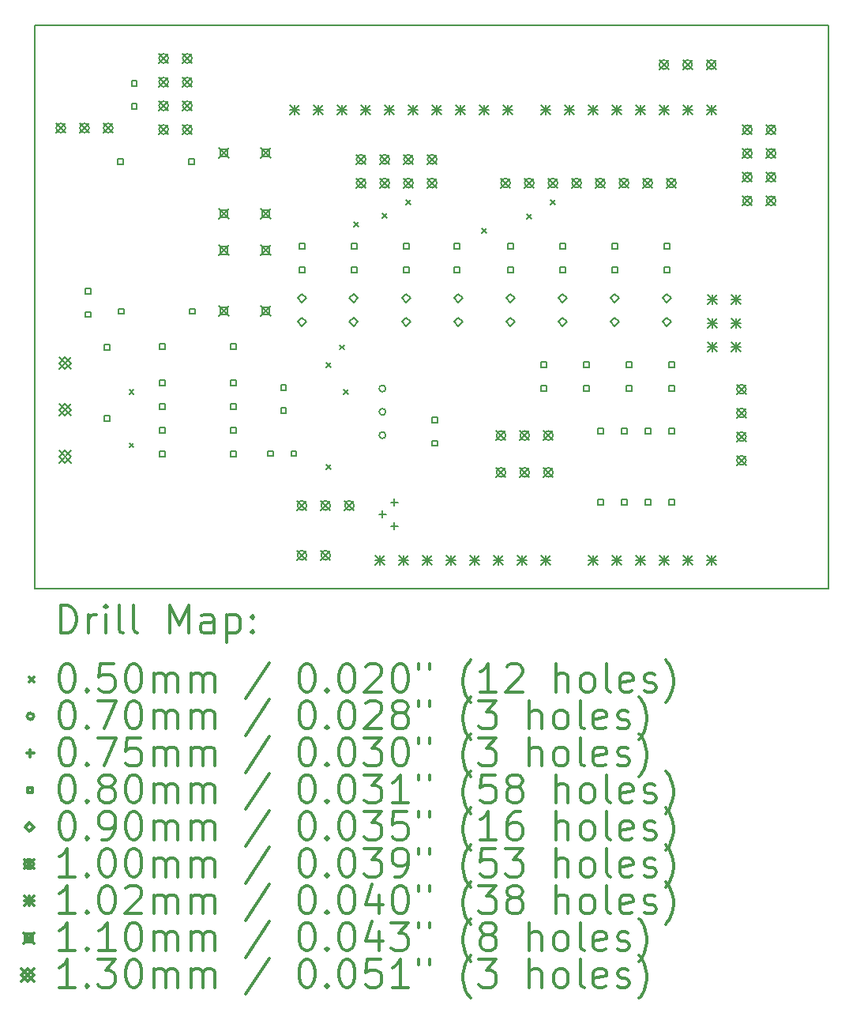
<source format=gbr>
%FSLAX45Y45*%
G04 Gerber Fmt 4.5, Leading zero omitted, Abs format (unit mm)*
G04 Created by KiCad (PCBNEW 5.0.2+dfsg1-1~bpo9+1) date mié 23 jun 2021 00:14:40 -03*
%MOMM*%
%LPD*%
G01*
G04 APERTURE LIST*
%ADD10C,0.150000*%
%ADD11C,0.200000*%
%ADD12C,0.300000*%
G04 APERTURE END LIST*
D10*
X9070000Y-12020000D02*
X9070000Y-5980000D01*
X17580000Y-12020000D02*
X9070000Y-12020000D01*
X17580000Y-5980000D02*
X17580000Y-12020000D01*
X9070000Y-5980000D02*
X17580000Y-5980000D01*
D11*
X10085000Y-9885000D02*
X10135000Y-9935000D01*
X10135000Y-9885000D02*
X10085000Y-9935000D01*
X10085000Y-10455000D02*
X10135000Y-10505000D01*
X10135000Y-10455000D02*
X10085000Y-10505000D01*
X12194800Y-9597400D02*
X12244800Y-9647400D01*
X12244800Y-9597400D02*
X12194800Y-9647400D01*
X12195000Y-10685000D02*
X12245000Y-10735000D01*
X12245000Y-10685000D02*
X12195000Y-10735000D01*
X12345000Y-9405000D02*
X12395000Y-9455000D01*
X12395000Y-9405000D02*
X12345000Y-9455000D01*
X12385000Y-9885000D02*
X12435000Y-9935000D01*
X12435000Y-9885000D02*
X12385000Y-9935000D01*
X12495000Y-8085000D02*
X12545000Y-8135000D01*
X12545000Y-8085000D02*
X12495000Y-8135000D01*
X12801400Y-7995000D02*
X12851400Y-8045000D01*
X12851400Y-7995000D02*
X12801400Y-8045000D01*
X13055400Y-7855000D02*
X13105400Y-7905000D01*
X13105400Y-7855000D02*
X13055400Y-7905000D01*
X13865000Y-8155000D02*
X13915000Y-8205000D01*
X13915000Y-8155000D02*
X13865000Y-8205000D01*
X14345000Y-8005000D02*
X14395000Y-8055000D01*
X14395000Y-8005000D02*
X14345000Y-8055000D01*
X14605000Y-7855000D02*
X14655000Y-7905000D01*
X14655000Y-7855000D02*
X14605000Y-7905000D01*
X12835052Y-9871964D02*
G75*
G03X12835052Y-9871964I-35052J0D01*
G01*
X12835052Y-10121900D02*
G75*
G03X12835052Y-10121900I-35052J0D01*
G01*
X12835052Y-10371836D02*
G75*
G03X12835052Y-10371836I-35052J0D01*
G01*
X12800000Y-11182500D02*
X12800000Y-11257500D01*
X12762500Y-11220000D02*
X12837500Y-11220000D01*
X12927000Y-11055500D02*
X12927000Y-11130500D01*
X12889500Y-11093000D02*
X12964500Y-11093000D01*
X12927000Y-11309500D02*
X12927000Y-11384500D01*
X12889500Y-11347000D02*
X12964500Y-11347000D01*
X13388284Y-10238285D02*
X13388284Y-10181716D01*
X13331715Y-10181716D01*
X13331715Y-10238285D01*
X13388284Y-10238285D01*
X13388284Y-10488285D02*
X13388284Y-10431716D01*
X13331715Y-10431716D01*
X13331715Y-10488285D01*
X13388284Y-10488285D01*
X10468285Y-9838285D02*
X10468285Y-9781716D01*
X10411716Y-9781716D01*
X10411716Y-9838285D01*
X10468285Y-9838285D01*
X10468285Y-10092285D02*
X10468285Y-10035716D01*
X10411716Y-10035716D01*
X10411716Y-10092285D01*
X10468285Y-10092285D01*
X10468285Y-10346285D02*
X10468285Y-10289716D01*
X10411716Y-10289716D01*
X10411716Y-10346285D01*
X10468285Y-10346285D01*
X10468285Y-10600285D02*
X10468285Y-10543716D01*
X10411716Y-10543716D01*
X10411716Y-10600285D01*
X10468285Y-10600285D01*
X11230284Y-9838285D02*
X11230284Y-9781716D01*
X11173716Y-9781716D01*
X11173716Y-9838285D01*
X11230284Y-9838285D01*
X11230284Y-10092285D02*
X11230284Y-10035716D01*
X11173716Y-10035716D01*
X11173716Y-10092285D01*
X11230284Y-10092285D01*
X11230284Y-10346285D02*
X11230284Y-10289716D01*
X11173716Y-10289716D01*
X11173716Y-10346285D01*
X11230284Y-10346285D01*
X11230284Y-10600285D02*
X11230284Y-10543716D01*
X11173716Y-10543716D01*
X11173716Y-10600285D01*
X11230284Y-10600285D01*
X10028265Y-9071955D02*
X10028265Y-9015386D01*
X9971696Y-9015386D01*
X9971696Y-9071955D01*
X10028265Y-9071955D01*
X10790265Y-9071955D02*
X10790265Y-9015386D01*
X10733696Y-9015386D01*
X10733696Y-9071955D01*
X10790265Y-9071955D01*
X14760284Y-8372184D02*
X14760284Y-8315615D01*
X14703715Y-8315615D01*
X14703715Y-8372184D01*
X14760284Y-8372184D01*
X14760284Y-8626185D02*
X14760284Y-8569616D01*
X14703715Y-8569616D01*
X14703715Y-8626185D01*
X14760284Y-8626185D01*
X11628284Y-10598285D02*
X11628284Y-10541716D01*
X11571715Y-10541716D01*
X11571715Y-10598285D01*
X11628284Y-10598285D01*
X11878284Y-10598285D02*
X11878284Y-10541716D01*
X11821715Y-10541716D01*
X11821715Y-10598285D01*
X11878284Y-10598285D01*
X15014284Y-9642185D02*
X15014284Y-9585616D01*
X14957715Y-9585616D01*
X14957715Y-9642185D01*
X15014284Y-9642185D01*
X15014284Y-9896185D02*
X15014284Y-9839616D01*
X14957715Y-9839616D01*
X14957715Y-9896185D01*
X15014284Y-9896185D01*
X15877884Y-8372184D02*
X15877884Y-8315615D01*
X15821315Y-8315615D01*
X15821315Y-8372184D01*
X15877884Y-8372184D01*
X15877884Y-8626185D02*
X15877884Y-8569616D01*
X15821315Y-8569616D01*
X15821315Y-8626185D01*
X15877884Y-8626185D01*
X15166684Y-10353385D02*
X15166684Y-10296816D01*
X15110115Y-10296816D01*
X15110115Y-10353385D01*
X15166684Y-10353385D01*
X15166684Y-11115385D02*
X15166684Y-11058816D01*
X15110115Y-11058816D01*
X15110115Y-11115385D01*
X15166684Y-11115385D01*
X15420684Y-10353385D02*
X15420684Y-10296816D01*
X15364115Y-10296816D01*
X15364115Y-10353385D01*
X15420684Y-10353385D01*
X15420684Y-11115385D02*
X15420684Y-11058816D01*
X15364115Y-11058816D01*
X15364115Y-11115385D01*
X15420684Y-11115385D01*
X15674684Y-10353385D02*
X15674684Y-10296816D01*
X15618115Y-10296816D01*
X15618115Y-10353385D01*
X15674684Y-10353385D01*
X15674684Y-11115385D02*
X15674684Y-11058816D01*
X15618115Y-11058816D01*
X15618115Y-11115385D01*
X15674684Y-11115385D01*
X15928684Y-10353385D02*
X15928684Y-10296816D01*
X15872115Y-10296816D01*
X15872115Y-10353385D01*
X15928684Y-10353385D01*
X15928684Y-11115385D02*
X15928684Y-11058816D01*
X15872115Y-11058816D01*
X15872115Y-11115385D01*
X15928684Y-11115385D01*
X11966284Y-8372184D02*
X11966284Y-8315615D01*
X11909715Y-8315615D01*
X11909715Y-8372184D01*
X11966284Y-8372184D01*
X11966284Y-8626185D02*
X11966284Y-8569616D01*
X11909715Y-8569616D01*
X11909715Y-8626185D01*
X11966284Y-8626185D01*
X15928684Y-9642185D02*
X15928684Y-9585616D01*
X15872115Y-9585616D01*
X15872115Y-9642185D01*
X15928684Y-9642185D01*
X15928684Y-9896185D02*
X15928684Y-9839616D01*
X15872115Y-9839616D01*
X15872115Y-9896185D01*
X15928684Y-9896185D01*
X14557084Y-9642185D02*
X14557084Y-9585616D01*
X14500515Y-9585616D01*
X14500515Y-9642185D01*
X14557084Y-9642185D01*
X14557084Y-9896185D02*
X14557084Y-9839616D01*
X14500515Y-9839616D01*
X14500515Y-9896185D01*
X14557084Y-9896185D01*
X11768284Y-9888285D02*
X11768284Y-9831716D01*
X11711715Y-9831716D01*
X11711715Y-9888285D01*
X11768284Y-9888285D01*
X11768284Y-10138285D02*
X11768284Y-10081716D01*
X11711715Y-10081716D01*
X11711715Y-10138285D01*
X11768284Y-10138285D01*
X13625685Y-8372184D02*
X13625685Y-8315615D01*
X13569116Y-8315615D01*
X13569116Y-8372184D01*
X13625685Y-8372184D01*
X13625685Y-8626185D02*
X13625685Y-8569616D01*
X13569116Y-8569616D01*
X13569116Y-8626185D01*
X13625685Y-8626185D01*
X10466285Y-9448285D02*
X10466285Y-9391716D01*
X10409716Y-9391716D01*
X10409716Y-9448285D01*
X10466285Y-9448285D01*
X11228284Y-9448285D02*
X11228284Y-9391716D01*
X11171716Y-9391716D01*
X11171716Y-9448285D01*
X11228284Y-9448285D01*
X10168285Y-6628284D02*
X10168285Y-6571715D01*
X10111716Y-6571715D01*
X10111716Y-6628284D01*
X10168285Y-6628284D01*
X10168285Y-6878284D02*
X10168285Y-6821715D01*
X10111716Y-6821715D01*
X10111716Y-6878284D01*
X10168285Y-6878284D01*
X9672665Y-8857325D02*
X9672665Y-8800756D01*
X9616096Y-8800756D01*
X9616096Y-8857325D01*
X9672665Y-8857325D01*
X9672665Y-9107325D02*
X9672665Y-9050756D01*
X9616096Y-9050756D01*
X9616096Y-9107325D01*
X9672665Y-9107325D01*
X14201484Y-8372184D02*
X14201484Y-8315615D01*
X14144915Y-8315615D01*
X14144915Y-8372184D01*
X14201484Y-8372184D01*
X14201484Y-8626185D02*
X14201484Y-8569616D01*
X14144915Y-8569616D01*
X14144915Y-8626185D01*
X14201484Y-8626185D01*
X12525084Y-8372184D02*
X12525084Y-8315615D01*
X12468515Y-8315615D01*
X12468515Y-8372184D01*
X12525084Y-8372184D01*
X12525084Y-8626185D02*
X12525084Y-8569616D01*
X12468515Y-8569616D01*
X12468515Y-8626185D01*
X12525084Y-8626185D01*
X10020645Y-7470484D02*
X10020645Y-7413915D01*
X9964076Y-7413915D01*
X9964076Y-7470484D01*
X10020645Y-7470484D01*
X10782645Y-7470484D02*
X10782645Y-7413915D01*
X10726076Y-7413915D01*
X10726076Y-7470484D01*
X10782645Y-7470484D01*
X9878285Y-9458285D02*
X9878285Y-9401716D01*
X9821716Y-9401716D01*
X9821716Y-9458285D01*
X9878285Y-9458285D01*
X9878285Y-10220285D02*
X9878285Y-10163716D01*
X9821716Y-10163716D01*
X9821716Y-10220285D01*
X9878285Y-10220285D01*
X15471484Y-9642185D02*
X15471484Y-9585616D01*
X15414915Y-9585616D01*
X15414915Y-9642185D01*
X15471484Y-9642185D01*
X15471484Y-9896185D02*
X15471484Y-9839616D01*
X15414915Y-9839616D01*
X15414915Y-9896185D01*
X15471484Y-9896185D01*
X13083884Y-8372184D02*
X13083884Y-8315615D01*
X13027315Y-8315615D01*
X13027315Y-8372184D01*
X13083884Y-8372184D01*
X13083884Y-8626185D02*
X13083884Y-8569616D01*
X13027315Y-8569616D01*
X13027315Y-8626185D01*
X13083884Y-8626185D01*
X15319084Y-8372184D02*
X15319084Y-8315615D01*
X15262515Y-8315615D01*
X15262515Y-8372184D01*
X15319084Y-8372184D01*
X15319084Y-8626185D02*
X15319084Y-8569616D01*
X15262515Y-8569616D01*
X15262515Y-8626185D01*
X15319084Y-8626185D01*
X12490450Y-8947700D02*
X12535450Y-8902700D01*
X12490450Y-8857700D01*
X12445450Y-8902700D01*
X12490450Y-8947700D01*
X12490450Y-9201700D02*
X12535450Y-9156700D01*
X12490450Y-9111700D01*
X12445450Y-9156700D01*
X12490450Y-9201700D01*
X13055600Y-8947700D02*
X13100600Y-8902700D01*
X13055600Y-8857700D01*
X13010600Y-8902700D01*
X13055600Y-8947700D01*
X13055600Y-9201700D02*
X13100600Y-9156700D01*
X13055600Y-9111700D01*
X13010600Y-9156700D01*
X13055600Y-9201700D01*
X14173200Y-8947700D02*
X14218200Y-8902700D01*
X14173200Y-8857700D01*
X14128200Y-8902700D01*
X14173200Y-8947700D01*
X14173200Y-9201700D02*
X14218200Y-9156700D01*
X14173200Y-9111700D01*
X14128200Y-9156700D01*
X14173200Y-9201700D01*
X11938000Y-8947700D02*
X11983000Y-8902700D01*
X11938000Y-8857700D01*
X11893000Y-8902700D01*
X11938000Y-8947700D01*
X11938000Y-9201700D02*
X11983000Y-9156700D01*
X11938000Y-9111700D01*
X11893000Y-9156700D01*
X11938000Y-9201700D01*
X15290800Y-8947700D02*
X15335800Y-8902700D01*
X15290800Y-8857700D01*
X15245800Y-8902700D01*
X15290800Y-8947700D01*
X15290800Y-9201700D02*
X15335800Y-9156700D01*
X15290800Y-9111700D01*
X15245800Y-9156700D01*
X15290800Y-9201700D01*
X14732000Y-8947700D02*
X14777000Y-8902700D01*
X14732000Y-8857700D01*
X14687000Y-8902700D01*
X14732000Y-8947700D01*
X14732000Y-9201700D02*
X14777000Y-9156700D01*
X14732000Y-9111700D01*
X14687000Y-9156700D01*
X14732000Y-9201700D01*
X13614400Y-8947700D02*
X13659400Y-8902700D01*
X13614400Y-8857700D01*
X13569400Y-8902700D01*
X13614400Y-8947700D01*
X13614400Y-9201700D02*
X13659400Y-9156700D01*
X13614400Y-9111700D01*
X13569400Y-9156700D01*
X13614400Y-9201700D01*
X15849600Y-8947700D02*
X15894600Y-8902700D01*
X15849600Y-8857700D01*
X15804600Y-8902700D01*
X15849600Y-8947700D01*
X15849600Y-9201700D02*
X15894600Y-9156700D01*
X15849600Y-9111700D01*
X15804600Y-9156700D01*
X15849600Y-9201700D01*
X14021600Y-10720000D02*
X14121600Y-10820000D01*
X14121600Y-10720000D02*
X14021600Y-10820000D01*
X14121600Y-10770000D02*
G75*
G03X14121600Y-10770000I-50000J0D01*
G01*
X14275600Y-10720000D02*
X14375600Y-10820000D01*
X14375600Y-10720000D02*
X14275600Y-10820000D01*
X14375600Y-10770000D02*
G75*
G03X14375600Y-10770000I-50000J0D01*
G01*
X14529600Y-10720000D02*
X14629600Y-10820000D01*
X14629600Y-10720000D02*
X14529600Y-10820000D01*
X14629600Y-10770000D02*
G75*
G03X14629600Y-10770000I-50000J0D01*
G01*
X12522400Y-7366800D02*
X12622400Y-7466800D01*
X12622400Y-7366800D02*
X12522400Y-7466800D01*
X12622400Y-7416800D02*
G75*
G03X12622400Y-7416800I-50000J0D01*
G01*
X12522400Y-7620800D02*
X12622400Y-7720800D01*
X12622400Y-7620800D02*
X12522400Y-7720800D01*
X12622400Y-7670800D02*
G75*
G03X12622400Y-7670800I-50000J0D01*
G01*
X12776400Y-7366800D02*
X12876400Y-7466800D01*
X12876400Y-7366800D02*
X12776400Y-7466800D01*
X12876400Y-7416800D02*
G75*
G03X12876400Y-7416800I-50000J0D01*
G01*
X12776400Y-7620800D02*
X12876400Y-7720800D01*
X12876400Y-7620800D02*
X12776400Y-7720800D01*
X12876400Y-7670800D02*
G75*
G03X12876400Y-7670800I-50000J0D01*
G01*
X13030400Y-7366800D02*
X13130400Y-7466800D01*
X13130400Y-7366800D02*
X13030400Y-7466800D01*
X13130400Y-7416800D02*
G75*
G03X13130400Y-7416800I-50000J0D01*
G01*
X13030400Y-7620800D02*
X13130400Y-7720800D01*
X13130400Y-7620800D02*
X13030400Y-7720800D01*
X13130400Y-7670800D02*
G75*
G03X13130400Y-7670800I-50000J0D01*
G01*
X13284400Y-7366800D02*
X13384400Y-7466800D01*
X13384400Y-7366800D02*
X13284400Y-7466800D01*
X13384400Y-7416800D02*
G75*
G03X13384400Y-7416800I-50000J0D01*
G01*
X13284400Y-7620800D02*
X13384400Y-7720800D01*
X13384400Y-7620800D02*
X13284400Y-7720800D01*
X13384400Y-7670800D02*
G75*
G03X13384400Y-7670800I-50000J0D01*
G01*
X10405000Y-6285000D02*
X10505000Y-6385000D01*
X10505000Y-6285000D02*
X10405000Y-6385000D01*
X10505000Y-6335000D02*
G75*
G03X10505000Y-6335000I-50000J0D01*
G01*
X10405000Y-6539000D02*
X10505000Y-6639000D01*
X10505000Y-6539000D02*
X10405000Y-6639000D01*
X10505000Y-6589000D02*
G75*
G03X10505000Y-6589000I-50000J0D01*
G01*
X10405000Y-6793000D02*
X10505000Y-6893000D01*
X10505000Y-6793000D02*
X10405000Y-6893000D01*
X10505000Y-6843000D02*
G75*
G03X10505000Y-6843000I-50000J0D01*
G01*
X10405000Y-7047000D02*
X10505000Y-7147000D01*
X10505000Y-7047000D02*
X10405000Y-7147000D01*
X10505000Y-7097000D02*
G75*
G03X10505000Y-7097000I-50000J0D01*
G01*
X10659000Y-6285000D02*
X10759000Y-6385000D01*
X10759000Y-6285000D02*
X10659000Y-6385000D01*
X10759000Y-6335000D02*
G75*
G03X10759000Y-6335000I-50000J0D01*
G01*
X10659000Y-6539000D02*
X10759000Y-6639000D01*
X10759000Y-6539000D02*
X10659000Y-6639000D01*
X10759000Y-6589000D02*
G75*
G03X10759000Y-6589000I-50000J0D01*
G01*
X10659000Y-6793000D02*
X10759000Y-6893000D01*
X10759000Y-6793000D02*
X10659000Y-6893000D01*
X10759000Y-6843000D02*
G75*
G03X10759000Y-6843000I-50000J0D01*
G01*
X10659000Y-7047000D02*
X10759000Y-7147000D01*
X10759000Y-7047000D02*
X10659000Y-7147000D01*
X10759000Y-7097000D02*
G75*
G03X10759000Y-7097000I-50000J0D01*
G01*
X11888000Y-11608600D02*
X11988000Y-11708600D01*
X11988000Y-11608600D02*
X11888000Y-11708600D01*
X11988000Y-11658600D02*
G75*
G03X11988000Y-11658600I-50000J0D01*
G01*
X12142000Y-11608600D02*
X12242000Y-11708600D01*
X12242000Y-11608600D02*
X12142000Y-11708600D01*
X12242000Y-11658600D02*
G75*
G03X12242000Y-11658600I-50000J0D01*
G01*
X9302000Y-7030000D02*
X9402000Y-7130000D01*
X9402000Y-7030000D02*
X9302000Y-7130000D01*
X9402000Y-7080000D02*
G75*
G03X9402000Y-7080000I-50000J0D01*
G01*
X9556000Y-7030000D02*
X9656000Y-7130000D01*
X9656000Y-7030000D02*
X9556000Y-7130000D01*
X9656000Y-7080000D02*
G75*
G03X9656000Y-7080000I-50000J0D01*
G01*
X9810000Y-7030000D02*
X9910000Y-7130000D01*
X9910000Y-7030000D02*
X9810000Y-7130000D01*
X9910000Y-7080000D02*
G75*
G03X9910000Y-7080000I-50000J0D01*
G01*
X16599700Y-9830600D02*
X16699700Y-9930600D01*
X16699700Y-9830600D02*
X16599700Y-9930600D01*
X16699700Y-9880600D02*
G75*
G03X16699700Y-9880600I-50000J0D01*
G01*
X16599700Y-10084600D02*
X16699700Y-10184600D01*
X16699700Y-10084600D02*
X16599700Y-10184600D01*
X16699700Y-10134600D02*
G75*
G03X16699700Y-10134600I-50000J0D01*
G01*
X16599700Y-10338600D02*
X16699700Y-10438600D01*
X16699700Y-10338600D02*
X16599700Y-10438600D01*
X16699700Y-10388600D02*
G75*
G03X16699700Y-10388600I-50000J0D01*
G01*
X16599700Y-10592600D02*
X16699700Y-10692600D01*
X16699700Y-10592600D02*
X16599700Y-10692600D01*
X16699700Y-10642600D02*
G75*
G03X16699700Y-10642600I-50000J0D01*
G01*
X16663200Y-7049300D02*
X16763200Y-7149300D01*
X16763200Y-7049300D02*
X16663200Y-7149300D01*
X16763200Y-7099300D02*
G75*
G03X16763200Y-7099300I-50000J0D01*
G01*
X16663200Y-7303300D02*
X16763200Y-7403300D01*
X16763200Y-7303300D02*
X16663200Y-7403300D01*
X16763200Y-7353300D02*
G75*
G03X16763200Y-7353300I-50000J0D01*
G01*
X16663200Y-7557300D02*
X16763200Y-7657300D01*
X16763200Y-7557300D02*
X16663200Y-7657300D01*
X16763200Y-7607300D02*
G75*
G03X16763200Y-7607300I-50000J0D01*
G01*
X16663200Y-7811300D02*
X16763200Y-7911300D01*
X16763200Y-7811300D02*
X16663200Y-7911300D01*
X16763200Y-7861300D02*
G75*
G03X16763200Y-7861300I-50000J0D01*
G01*
X16917200Y-7049300D02*
X17017200Y-7149300D01*
X17017200Y-7049300D02*
X16917200Y-7149300D01*
X17017200Y-7099300D02*
G75*
G03X17017200Y-7099300I-50000J0D01*
G01*
X16917200Y-7303300D02*
X17017200Y-7403300D01*
X17017200Y-7303300D02*
X16917200Y-7403300D01*
X17017200Y-7353300D02*
G75*
G03X17017200Y-7353300I-50000J0D01*
G01*
X16917200Y-7557300D02*
X17017200Y-7657300D01*
X17017200Y-7557300D02*
X16917200Y-7657300D01*
X17017200Y-7607300D02*
G75*
G03X17017200Y-7607300I-50000J0D01*
G01*
X16917200Y-7811300D02*
X17017200Y-7911300D01*
X17017200Y-7811300D02*
X16917200Y-7911300D01*
X17017200Y-7861300D02*
G75*
G03X17017200Y-7861300I-50000J0D01*
G01*
X15767850Y-6350800D02*
X15867850Y-6450800D01*
X15867850Y-6350800D02*
X15767850Y-6450800D01*
X15867850Y-6400800D02*
G75*
G03X15867850Y-6400800I-50000J0D01*
G01*
X16021850Y-6350800D02*
X16121850Y-6450800D01*
X16121850Y-6350800D02*
X16021850Y-6450800D01*
X16121850Y-6400800D02*
G75*
G03X16121850Y-6400800I-50000J0D01*
G01*
X16275850Y-6350800D02*
X16375850Y-6450800D01*
X16375850Y-6350800D02*
X16275850Y-6450800D01*
X16375850Y-6400800D02*
G75*
G03X16375850Y-6400800I-50000J0D01*
G01*
X11888000Y-11075200D02*
X11988000Y-11175200D01*
X11988000Y-11075200D02*
X11888000Y-11175200D01*
X11988000Y-11125200D02*
G75*
G03X11988000Y-11125200I-50000J0D01*
G01*
X12142000Y-11075200D02*
X12242000Y-11175200D01*
X12242000Y-11075200D02*
X12142000Y-11175200D01*
X12242000Y-11125200D02*
G75*
G03X12242000Y-11125200I-50000J0D01*
G01*
X12396000Y-11075200D02*
X12496000Y-11175200D01*
X12496000Y-11075200D02*
X12396000Y-11175200D01*
X12496000Y-11125200D02*
G75*
G03X12496000Y-11125200I-50000J0D01*
G01*
X14021600Y-10325900D02*
X14121600Y-10425900D01*
X14121600Y-10325900D02*
X14021600Y-10425900D01*
X14121600Y-10375900D02*
G75*
G03X14121600Y-10375900I-50000J0D01*
G01*
X14275600Y-10325900D02*
X14375600Y-10425900D01*
X14375600Y-10325900D02*
X14275600Y-10425900D01*
X14375600Y-10375900D02*
G75*
G03X14375600Y-10375900I-50000J0D01*
G01*
X14529600Y-10325900D02*
X14629600Y-10425900D01*
X14629600Y-10325900D02*
X14529600Y-10425900D01*
X14629600Y-10375900D02*
G75*
G03X14629600Y-10375900I-50000J0D01*
G01*
X14070000Y-7620000D02*
X14170000Y-7720000D01*
X14170000Y-7620000D02*
X14070000Y-7720000D01*
X14170000Y-7670000D02*
G75*
G03X14170000Y-7670000I-50000J0D01*
G01*
X14324000Y-7620000D02*
X14424000Y-7720000D01*
X14424000Y-7620000D02*
X14324000Y-7720000D01*
X14424000Y-7670000D02*
G75*
G03X14424000Y-7670000I-50000J0D01*
G01*
X14578000Y-7620000D02*
X14678000Y-7720000D01*
X14678000Y-7620000D02*
X14578000Y-7720000D01*
X14678000Y-7670000D02*
G75*
G03X14678000Y-7670000I-50000J0D01*
G01*
X14832000Y-7620000D02*
X14932000Y-7720000D01*
X14932000Y-7620000D02*
X14832000Y-7720000D01*
X14932000Y-7670000D02*
G75*
G03X14932000Y-7670000I-50000J0D01*
G01*
X15086000Y-7620000D02*
X15186000Y-7720000D01*
X15186000Y-7620000D02*
X15086000Y-7720000D01*
X15186000Y-7670000D02*
G75*
G03X15186000Y-7670000I-50000J0D01*
G01*
X15340000Y-7620000D02*
X15440000Y-7720000D01*
X15440000Y-7620000D02*
X15340000Y-7720000D01*
X15440000Y-7670000D02*
G75*
G03X15440000Y-7670000I-50000J0D01*
G01*
X15594000Y-7620000D02*
X15694000Y-7720000D01*
X15694000Y-7620000D02*
X15594000Y-7720000D01*
X15694000Y-7670000D02*
G75*
G03X15694000Y-7670000I-50000J0D01*
G01*
X15848000Y-7620000D02*
X15948000Y-7720000D01*
X15948000Y-7620000D02*
X15848000Y-7720000D01*
X15948000Y-7670000D02*
G75*
G03X15948000Y-7670000I-50000J0D01*
G01*
X11805800Y-6833750D02*
X11907400Y-6935350D01*
X11907400Y-6833750D02*
X11805800Y-6935350D01*
X11856600Y-6833750D02*
X11856600Y-6935350D01*
X11805800Y-6884550D02*
X11907400Y-6884550D01*
X12059800Y-6833750D02*
X12161400Y-6935350D01*
X12161400Y-6833750D02*
X12059800Y-6935350D01*
X12110600Y-6833750D02*
X12110600Y-6935350D01*
X12059800Y-6884550D02*
X12161400Y-6884550D01*
X12313800Y-6833750D02*
X12415400Y-6935350D01*
X12415400Y-6833750D02*
X12313800Y-6935350D01*
X12364600Y-6833750D02*
X12364600Y-6935350D01*
X12313800Y-6884550D02*
X12415400Y-6884550D01*
X12567800Y-6833750D02*
X12669400Y-6935350D01*
X12669400Y-6833750D02*
X12567800Y-6935350D01*
X12618600Y-6833750D02*
X12618600Y-6935350D01*
X12567800Y-6884550D02*
X12669400Y-6884550D01*
X12720200Y-11659750D02*
X12821800Y-11761350D01*
X12821800Y-11659750D02*
X12720200Y-11761350D01*
X12771000Y-11659750D02*
X12771000Y-11761350D01*
X12720200Y-11710550D02*
X12821800Y-11710550D01*
X12821800Y-6833750D02*
X12923400Y-6935350D01*
X12923400Y-6833750D02*
X12821800Y-6935350D01*
X12872600Y-6833750D02*
X12872600Y-6935350D01*
X12821800Y-6884550D02*
X12923400Y-6884550D01*
X12974200Y-11659750D02*
X13075800Y-11761350D01*
X13075800Y-11659750D02*
X12974200Y-11761350D01*
X13025000Y-11659750D02*
X13025000Y-11761350D01*
X12974200Y-11710550D02*
X13075800Y-11710550D01*
X13075800Y-6833750D02*
X13177400Y-6935350D01*
X13177400Y-6833750D02*
X13075800Y-6935350D01*
X13126600Y-6833750D02*
X13126600Y-6935350D01*
X13075800Y-6884550D02*
X13177400Y-6884550D01*
X13228200Y-11659750D02*
X13329800Y-11761350D01*
X13329800Y-11659750D02*
X13228200Y-11761350D01*
X13279000Y-11659750D02*
X13279000Y-11761350D01*
X13228200Y-11710550D02*
X13329800Y-11710550D01*
X13329800Y-6833750D02*
X13431400Y-6935350D01*
X13431400Y-6833750D02*
X13329800Y-6935350D01*
X13380600Y-6833750D02*
X13380600Y-6935350D01*
X13329800Y-6884550D02*
X13431400Y-6884550D01*
X13482200Y-11659750D02*
X13583800Y-11761350D01*
X13583800Y-11659750D02*
X13482200Y-11761350D01*
X13533000Y-11659750D02*
X13533000Y-11761350D01*
X13482200Y-11710550D02*
X13583800Y-11710550D01*
X13583800Y-6833750D02*
X13685400Y-6935350D01*
X13685400Y-6833750D02*
X13583800Y-6935350D01*
X13634600Y-6833750D02*
X13634600Y-6935350D01*
X13583800Y-6884550D02*
X13685400Y-6884550D01*
X13736200Y-11659750D02*
X13837800Y-11761350D01*
X13837800Y-11659750D02*
X13736200Y-11761350D01*
X13787000Y-11659750D02*
X13787000Y-11761350D01*
X13736200Y-11710550D02*
X13837800Y-11710550D01*
X13837800Y-6833750D02*
X13939400Y-6935350D01*
X13939400Y-6833750D02*
X13837800Y-6935350D01*
X13888600Y-6833750D02*
X13888600Y-6935350D01*
X13837800Y-6884550D02*
X13939400Y-6884550D01*
X13990200Y-11659750D02*
X14091800Y-11761350D01*
X14091800Y-11659750D02*
X13990200Y-11761350D01*
X14041000Y-11659750D02*
X14041000Y-11761350D01*
X13990200Y-11710550D02*
X14091800Y-11710550D01*
X14091800Y-6833750D02*
X14193400Y-6935350D01*
X14193400Y-6833750D02*
X14091800Y-6935350D01*
X14142600Y-6833750D02*
X14142600Y-6935350D01*
X14091800Y-6884550D02*
X14193400Y-6884550D01*
X14244200Y-11659750D02*
X14345800Y-11761350D01*
X14345800Y-11659750D02*
X14244200Y-11761350D01*
X14295000Y-11659750D02*
X14295000Y-11761350D01*
X14244200Y-11710550D02*
X14345800Y-11710550D01*
X14498200Y-6833750D02*
X14599800Y-6935350D01*
X14599800Y-6833750D02*
X14498200Y-6935350D01*
X14549000Y-6833750D02*
X14549000Y-6935350D01*
X14498200Y-6884550D02*
X14599800Y-6884550D01*
X14498200Y-11659750D02*
X14599800Y-11761350D01*
X14599800Y-11659750D02*
X14498200Y-11761350D01*
X14549000Y-11659750D02*
X14549000Y-11761350D01*
X14498200Y-11710550D02*
X14599800Y-11710550D01*
X14752200Y-6833750D02*
X14853800Y-6935350D01*
X14853800Y-6833750D02*
X14752200Y-6935350D01*
X14803000Y-6833750D02*
X14803000Y-6935350D01*
X14752200Y-6884550D02*
X14853800Y-6884550D01*
X15006200Y-6833750D02*
X15107800Y-6935350D01*
X15107800Y-6833750D02*
X15006200Y-6935350D01*
X15057000Y-6833750D02*
X15057000Y-6935350D01*
X15006200Y-6884550D02*
X15107800Y-6884550D01*
X15006200Y-11659750D02*
X15107800Y-11761350D01*
X15107800Y-11659750D02*
X15006200Y-11761350D01*
X15057000Y-11659750D02*
X15057000Y-11761350D01*
X15006200Y-11710550D02*
X15107800Y-11710550D01*
X15260200Y-6833750D02*
X15361800Y-6935350D01*
X15361800Y-6833750D02*
X15260200Y-6935350D01*
X15311000Y-6833750D02*
X15311000Y-6935350D01*
X15260200Y-6884550D02*
X15361800Y-6884550D01*
X15260200Y-11659750D02*
X15361800Y-11761350D01*
X15361800Y-11659750D02*
X15260200Y-11761350D01*
X15311000Y-11659750D02*
X15311000Y-11761350D01*
X15260200Y-11710550D02*
X15361800Y-11710550D01*
X15514200Y-6833750D02*
X15615800Y-6935350D01*
X15615800Y-6833750D02*
X15514200Y-6935350D01*
X15565000Y-6833750D02*
X15565000Y-6935350D01*
X15514200Y-6884550D02*
X15615800Y-6884550D01*
X15514200Y-11659750D02*
X15615800Y-11761350D01*
X15615800Y-11659750D02*
X15514200Y-11761350D01*
X15565000Y-11659750D02*
X15565000Y-11761350D01*
X15514200Y-11710550D02*
X15615800Y-11710550D01*
X15768200Y-6833750D02*
X15869800Y-6935350D01*
X15869800Y-6833750D02*
X15768200Y-6935350D01*
X15819000Y-6833750D02*
X15819000Y-6935350D01*
X15768200Y-6884550D02*
X15869800Y-6884550D01*
X15768200Y-11659750D02*
X15869800Y-11761350D01*
X15869800Y-11659750D02*
X15768200Y-11761350D01*
X15819000Y-11659750D02*
X15819000Y-11761350D01*
X15768200Y-11710550D02*
X15869800Y-11710550D01*
X16022200Y-6833750D02*
X16123800Y-6935350D01*
X16123800Y-6833750D02*
X16022200Y-6935350D01*
X16073000Y-6833750D02*
X16073000Y-6935350D01*
X16022200Y-6884550D02*
X16123800Y-6884550D01*
X16022200Y-11659750D02*
X16123800Y-11761350D01*
X16123800Y-11659750D02*
X16022200Y-11761350D01*
X16073000Y-11659750D02*
X16073000Y-11761350D01*
X16022200Y-11710550D02*
X16123800Y-11710550D01*
X16276200Y-6833750D02*
X16377800Y-6935350D01*
X16377800Y-6833750D02*
X16276200Y-6935350D01*
X16327000Y-6833750D02*
X16327000Y-6935350D01*
X16276200Y-6884550D02*
X16377800Y-6884550D01*
X16276200Y-11659750D02*
X16377800Y-11761350D01*
X16377800Y-11659750D02*
X16276200Y-11761350D01*
X16327000Y-11659750D02*
X16327000Y-11761350D01*
X16276200Y-11710550D02*
X16377800Y-11710550D01*
X16288900Y-8865750D02*
X16390500Y-8967350D01*
X16390500Y-8865750D02*
X16288900Y-8967350D01*
X16339700Y-8865750D02*
X16339700Y-8967350D01*
X16288900Y-8916550D02*
X16390500Y-8916550D01*
X16288900Y-9119750D02*
X16390500Y-9221350D01*
X16390500Y-9119750D02*
X16288900Y-9221350D01*
X16339700Y-9119750D02*
X16339700Y-9221350D01*
X16288900Y-9170550D02*
X16390500Y-9170550D01*
X16288900Y-9373750D02*
X16390500Y-9475350D01*
X16390500Y-9373750D02*
X16288900Y-9475350D01*
X16339700Y-9373750D02*
X16339700Y-9475350D01*
X16288900Y-9424550D02*
X16390500Y-9424550D01*
X16542900Y-8865750D02*
X16644500Y-8967350D01*
X16644500Y-8865750D02*
X16542900Y-8967350D01*
X16593700Y-8865750D02*
X16593700Y-8967350D01*
X16542900Y-8916550D02*
X16644500Y-8916550D01*
X16542900Y-9119750D02*
X16644500Y-9221350D01*
X16644500Y-9119750D02*
X16542900Y-9221350D01*
X16593700Y-9119750D02*
X16593700Y-9221350D01*
X16542900Y-9170550D02*
X16644500Y-9170550D01*
X16542900Y-9373750D02*
X16644500Y-9475350D01*
X16644500Y-9373750D02*
X16542900Y-9475350D01*
X16593700Y-9373750D02*
X16593700Y-9475350D01*
X16542900Y-9424550D02*
X16644500Y-9424550D01*
X11046070Y-8337400D02*
X11156070Y-8447400D01*
X11156070Y-8337400D02*
X11046070Y-8447400D01*
X11139961Y-8431291D02*
X11139961Y-8353509D01*
X11062179Y-8353509D01*
X11062179Y-8431291D01*
X11139961Y-8431291D01*
X11046070Y-8987400D02*
X11156070Y-9097400D01*
X11156070Y-8987400D02*
X11046070Y-9097400D01*
X11139961Y-9081291D02*
X11139961Y-9003509D01*
X11062179Y-9003509D01*
X11062179Y-9081291D01*
X11139961Y-9081291D01*
X11496070Y-8337400D02*
X11606070Y-8447400D01*
X11606070Y-8337400D02*
X11496070Y-8447400D01*
X11589961Y-8431291D02*
X11589961Y-8353509D01*
X11512179Y-8353509D01*
X11512179Y-8431291D01*
X11589961Y-8431291D01*
X11496070Y-8987400D02*
X11606070Y-9097400D01*
X11606070Y-8987400D02*
X11496070Y-9097400D01*
X11589961Y-9081291D02*
X11589961Y-9003509D01*
X11512179Y-9003509D01*
X11512179Y-9081291D01*
X11589961Y-9081291D01*
X11046070Y-7290920D02*
X11156070Y-7400920D01*
X11156070Y-7290920D02*
X11046070Y-7400920D01*
X11139961Y-7384811D02*
X11139961Y-7307029D01*
X11062179Y-7307029D01*
X11062179Y-7384811D01*
X11139961Y-7384811D01*
X11046070Y-7940920D02*
X11156070Y-8050920D01*
X11156070Y-7940920D02*
X11046070Y-8050920D01*
X11139961Y-8034811D02*
X11139961Y-7957029D01*
X11062179Y-7957029D01*
X11062179Y-8034811D01*
X11139961Y-8034811D01*
X11496070Y-7290920D02*
X11606070Y-7400920D01*
X11606070Y-7290920D02*
X11496070Y-7400920D01*
X11589961Y-7384811D02*
X11589961Y-7307029D01*
X11512179Y-7307029D01*
X11512179Y-7384811D01*
X11589961Y-7384811D01*
X11496070Y-7940920D02*
X11606070Y-8050920D01*
X11606070Y-7940920D02*
X11496070Y-8050920D01*
X11589961Y-8034811D02*
X11589961Y-7957029D01*
X11512179Y-7957029D01*
X11512179Y-8034811D01*
X11589961Y-8034811D01*
X9333000Y-9536200D02*
X9463000Y-9666200D01*
X9463000Y-9536200D02*
X9333000Y-9666200D01*
X9398000Y-9666200D02*
X9463000Y-9601200D01*
X9398000Y-9536200D01*
X9333000Y-9601200D01*
X9398000Y-9666200D01*
X9333000Y-10036200D02*
X9463000Y-10166200D01*
X9463000Y-10036200D02*
X9333000Y-10166200D01*
X9398000Y-10166200D02*
X9463000Y-10101200D01*
X9398000Y-10036200D01*
X9333000Y-10101200D01*
X9398000Y-10166200D01*
X9333000Y-10536200D02*
X9463000Y-10666200D01*
X9463000Y-10536200D02*
X9333000Y-10666200D01*
X9398000Y-10666200D02*
X9463000Y-10601200D01*
X9398000Y-10536200D01*
X9333000Y-10601200D01*
X9398000Y-10666200D01*
D12*
X9348928Y-12493214D02*
X9348928Y-12193214D01*
X9420357Y-12193214D01*
X9463214Y-12207500D01*
X9491786Y-12236071D01*
X9506071Y-12264643D01*
X9520357Y-12321786D01*
X9520357Y-12364643D01*
X9506071Y-12421786D01*
X9491786Y-12450357D01*
X9463214Y-12478929D01*
X9420357Y-12493214D01*
X9348928Y-12493214D01*
X9648928Y-12493214D02*
X9648928Y-12293214D01*
X9648928Y-12350357D02*
X9663214Y-12321786D01*
X9677500Y-12307500D01*
X9706071Y-12293214D01*
X9734643Y-12293214D01*
X9834643Y-12493214D02*
X9834643Y-12293214D01*
X9834643Y-12193214D02*
X9820357Y-12207500D01*
X9834643Y-12221786D01*
X9848928Y-12207500D01*
X9834643Y-12193214D01*
X9834643Y-12221786D01*
X10020357Y-12493214D02*
X9991786Y-12478929D01*
X9977500Y-12450357D01*
X9977500Y-12193214D01*
X10177500Y-12493214D02*
X10148928Y-12478929D01*
X10134643Y-12450357D01*
X10134643Y-12193214D01*
X10520357Y-12493214D02*
X10520357Y-12193214D01*
X10620357Y-12407500D01*
X10720357Y-12193214D01*
X10720357Y-12493214D01*
X10991786Y-12493214D02*
X10991786Y-12336071D01*
X10977500Y-12307500D01*
X10948928Y-12293214D01*
X10891786Y-12293214D01*
X10863214Y-12307500D01*
X10991786Y-12478929D02*
X10963214Y-12493214D01*
X10891786Y-12493214D01*
X10863214Y-12478929D01*
X10848928Y-12450357D01*
X10848928Y-12421786D01*
X10863214Y-12393214D01*
X10891786Y-12378929D01*
X10963214Y-12378929D01*
X10991786Y-12364643D01*
X11134643Y-12293214D02*
X11134643Y-12593214D01*
X11134643Y-12307500D02*
X11163214Y-12293214D01*
X11220357Y-12293214D01*
X11248928Y-12307500D01*
X11263214Y-12321786D01*
X11277500Y-12350357D01*
X11277500Y-12436071D01*
X11263214Y-12464643D01*
X11248928Y-12478929D01*
X11220357Y-12493214D01*
X11163214Y-12493214D01*
X11134643Y-12478929D01*
X11406071Y-12464643D02*
X11420357Y-12478929D01*
X11406071Y-12493214D01*
X11391786Y-12478929D01*
X11406071Y-12464643D01*
X11406071Y-12493214D01*
X11406071Y-12307500D02*
X11420357Y-12321786D01*
X11406071Y-12336071D01*
X11391786Y-12321786D01*
X11406071Y-12307500D01*
X11406071Y-12336071D01*
X9012500Y-12962500D02*
X9062500Y-13012500D01*
X9062500Y-12962500D02*
X9012500Y-13012500D01*
X9406071Y-12823214D02*
X9434643Y-12823214D01*
X9463214Y-12837500D01*
X9477500Y-12851786D01*
X9491786Y-12880357D01*
X9506071Y-12937500D01*
X9506071Y-13008929D01*
X9491786Y-13066071D01*
X9477500Y-13094643D01*
X9463214Y-13108929D01*
X9434643Y-13123214D01*
X9406071Y-13123214D01*
X9377500Y-13108929D01*
X9363214Y-13094643D01*
X9348928Y-13066071D01*
X9334643Y-13008929D01*
X9334643Y-12937500D01*
X9348928Y-12880357D01*
X9363214Y-12851786D01*
X9377500Y-12837500D01*
X9406071Y-12823214D01*
X9634643Y-13094643D02*
X9648928Y-13108929D01*
X9634643Y-13123214D01*
X9620357Y-13108929D01*
X9634643Y-13094643D01*
X9634643Y-13123214D01*
X9920357Y-12823214D02*
X9777500Y-12823214D01*
X9763214Y-12966071D01*
X9777500Y-12951786D01*
X9806071Y-12937500D01*
X9877500Y-12937500D01*
X9906071Y-12951786D01*
X9920357Y-12966071D01*
X9934643Y-12994643D01*
X9934643Y-13066071D01*
X9920357Y-13094643D01*
X9906071Y-13108929D01*
X9877500Y-13123214D01*
X9806071Y-13123214D01*
X9777500Y-13108929D01*
X9763214Y-13094643D01*
X10120357Y-12823214D02*
X10148928Y-12823214D01*
X10177500Y-12837500D01*
X10191786Y-12851786D01*
X10206071Y-12880357D01*
X10220357Y-12937500D01*
X10220357Y-13008929D01*
X10206071Y-13066071D01*
X10191786Y-13094643D01*
X10177500Y-13108929D01*
X10148928Y-13123214D01*
X10120357Y-13123214D01*
X10091786Y-13108929D01*
X10077500Y-13094643D01*
X10063214Y-13066071D01*
X10048928Y-13008929D01*
X10048928Y-12937500D01*
X10063214Y-12880357D01*
X10077500Y-12851786D01*
X10091786Y-12837500D01*
X10120357Y-12823214D01*
X10348928Y-13123214D02*
X10348928Y-12923214D01*
X10348928Y-12951786D02*
X10363214Y-12937500D01*
X10391786Y-12923214D01*
X10434643Y-12923214D01*
X10463214Y-12937500D01*
X10477500Y-12966071D01*
X10477500Y-13123214D01*
X10477500Y-12966071D02*
X10491786Y-12937500D01*
X10520357Y-12923214D01*
X10563214Y-12923214D01*
X10591786Y-12937500D01*
X10606071Y-12966071D01*
X10606071Y-13123214D01*
X10748928Y-13123214D02*
X10748928Y-12923214D01*
X10748928Y-12951786D02*
X10763214Y-12937500D01*
X10791786Y-12923214D01*
X10834643Y-12923214D01*
X10863214Y-12937500D01*
X10877500Y-12966071D01*
X10877500Y-13123214D01*
X10877500Y-12966071D02*
X10891786Y-12937500D01*
X10920357Y-12923214D01*
X10963214Y-12923214D01*
X10991786Y-12937500D01*
X11006071Y-12966071D01*
X11006071Y-13123214D01*
X11591786Y-12808929D02*
X11334643Y-13194643D01*
X11977500Y-12823214D02*
X12006071Y-12823214D01*
X12034643Y-12837500D01*
X12048928Y-12851786D01*
X12063214Y-12880357D01*
X12077500Y-12937500D01*
X12077500Y-13008929D01*
X12063214Y-13066071D01*
X12048928Y-13094643D01*
X12034643Y-13108929D01*
X12006071Y-13123214D01*
X11977500Y-13123214D01*
X11948928Y-13108929D01*
X11934643Y-13094643D01*
X11920357Y-13066071D01*
X11906071Y-13008929D01*
X11906071Y-12937500D01*
X11920357Y-12880357D01*
X11934643Y-12851786D01*
X11948928Y-12837500D01*
X11977500Y-12823214D01*
X12206071Y-13094643D02*
X12220357Y-13108929D01*
X12206071Y-13123214D01*
X12191786Y-13108929D01*
X12206071Y-13094643D01*
X12206071Y-13123214D01*
X12406071Y-12823214D02*
X12434643Y-12823214D01*
X12463214Y-12837500D01*
X12477500Y-12851786D01*
X12491786Y-12880357D01*
X12506071Y-12937500D01*
X12506071Y-13008929D01*
X12491786Y-13066071D01*
X12477500Y-13094643D01*
X12463214Y-13108929D01*
X12434643Y-13123214D01*
X12406071Y-13123214D01*
X12377500Y-13108929D01*
X12363214Y-13094643D01*
X12348928Y-13066071D01*
X12334643Y-13008929D01*
X12334643Y-12937500D01*
X12348928Y-12880357D01*
X12363214Y-12851786D01*
X12377500Y-12837500D01*
X12406071Y-12823214D01*
X12620357Y-12851786D02*
X12634643Y-12837500D01*
X12663214Y-12823214D01*
X12734643Y-12823214D01*
X12763214Y-12837500D01*
X12777500Y-12851786D01*
X12791786Y-12880357D01*
X12791786Y-12908929D01*
X12777500Y-12951786D01*
X12606071Y-13123214D01*
X12791786Y-13123214D01*
X12977500Y-12823214D02*
X13006071Y-12823214D01*
X13034643Y-12837500D01*
X13048928Y-12851786D01*
X13063214Y-12880357D01*
X13077500Y-12937500D01*
X13077500Y-13008929D01*
X13063214Y-13066071D01*
X13048928Y-13094643D01*
X13034643Y-13108929D01*
X13006071Y-13123214D01*
X12977500Y-13123214D01*
X12948928Y-13108929D01*
X12934643Y-13094643D01*
X12920357Y-13066071D01*
X12906071Y-13008929D01*
X12906071Y-12937500D01*
X12920357Y-12880357D01*
X12934643Y-12851786D01*
X12948928Y-12837500D01*
X12977500Y-12823214D01*
X13191786Y-12823214D02*
X13191786Y-12880357D01*
X13306071Y-12823214D02*
X13306071Y-12880357D01*
X13748928Y-13237500D02*
X13734643Y-13223214D01*
X13706071Y-13180357D01*
X13691786Y-13151786D01*
X13677500Y-13108929D01*
X13663214Y-13037500D01*
X13663214Y-12980357D01*
X13677500Y-12908929D01*
X13691786Y-12866071D01*
X13706071Y-12837500D01*
X13734643Y-12794643D01*
X13748928Y-12780357D01*
X14020357Y-13123214D02*
X13848928Y-13123214D01*
X13934643Y-13123214D02*
X13934643Y-12823214D01*
X13906071Y-12866071D01*
X13877500Y-12894643D01*
X13848928Y-12908929D01*
X14134643Y-12851786D02*
X14148928Y-12837500D01*
X14177500Y-12823214D01*
X14248928Y-12823214D01*
X14277500Y-12837500D01*
X14291786Y-12851786D01*
X14306071Y-12880357D01*
X14306071Y-12908929D01*
X14291786Y-12951786D01*
X14120357Y-13123214D01*
X14306071Y-13123214D01*
X14663214Y-13123214D02*
X14663214Y-12823214D01*
X14791786Y-13123214D02*
X14791786Y-12966071D01*
X14777500Y-12937500D01*
X14748928Y-12923214D01*
X14706071Y-12923214D01*
X14677500Y-12937500D01*
X14663214Y-12951786D01*
X14977500Y-13123214D02*
X14948928Y-13108929D01*
X14934643Y-13094643D01*
X14920357Y-13066071D01*
X14920357Y-12980357D01*
X14934643Y-12951786D01*
X14948928Y-12937500D01*
X14977500Y-12923214D01*
X15020357Y-12923214D01*
X15048928Y-12937500D01*
X15063214Y-12951786D01*
X15077500Y-12980357D01*
X15077500Y-13066071D01*
X15063214Y-13094643D01*
X15048928Y-13108929D01*
X15020357Y-13123214D01*
X14977500Y-13123214D01*
X15248928Y-13123214D02*
X15220357Y-13108929D01*
X15206071Y-13080357D01*
X15206071Y-12823214D01*
X15477500Y-13108929D02*
X15448928Y-13123214D01*
X15391786Y-13123214D01*
X15363214Y-13108929D01*
X15348928Y-13080357D01*
X15348928Y-12966071D01*
X15363214Y-12937500D01*
X15391786Y-12923214D01*
X15448928Y-12923214D01*
X15477500Y-12937500D01*
X15491786Y-12966071D01*
X15491786Y-12994643D01*
X15348928Y-13023214D01*
X15606071Y-13108929D02*
X15634643Y-13123214D01*
X15691786Y-13123214D01*
X15720357Y-13108929D01*
X15734643Y-13080357D01*
X15734643Y-13066071D01*
X15720357Y-13037500D01*
X15691786Y-13023214D01*
X15648928Y-13023214D01*
X15620357Y-13008929D01*
X15606071Y-12980357D01*
X15606071Y-12966071D01*
X15620357Y-12937500D01*
X15648928Y-12923214D01*
X15691786Y-12923214D01*
X15720357Y-12937500D01*
X15834643Y-13237500D02*
X15848928Y-13223214D01*
X15877500Y-13180357D01*
X15891786Y-13151786D01*
X15906071Y-13108929D01*
X15920357Y-13037500D01*
X15920357Y-12980357D01*
X15906071Y-12908929D01*
X15891786Y-12866071D01*
X15877500Y-12837500D01*
X15848928Y-12794643D01*
X15834643Y-12780357D01*
X9062500Y-13383500D02*
G75*
G03X9062500Y-13383500I-35052J0D01*
G01*
X9406071Y-13219214D02*
X9434643Y-13219214D01*
X9463214Y-13233500D01*
X9477500Y-13247786D01*
X9491786Y-13276357D01*
X9506071Y-13333500D01*
X9506071Y-13404929D01*
X9491786Y-13462071D01*
X9477500Y-13490643D01*
X9463214Y-13504929D01*
X9434643Y-13519214D01*
X9406071Y-13519214D01*
X9377500Y-13504929D01*
X9363214Y-13490643D01*
X9348928Y-13462071D01*
X9334643Y-13404929D01*
X9334643Y-13333500D01*
X9348928Y-13276357D01*
X9363214Y-13247786D01*
X9377500Y-13233500D01*
X9406071Y-13219214D01*
X9634643Y-13490643D02*
X9648928Y-13504929D01*
X9634643Y-13519214D01*
X9620357Y-13504929D01*
X9634643Y-13490643D01*
X9634643Y-13519214D01*
X9748928Y-13219214D02*
X9948928Y-13219214D01*
X9820357Y-13519214D01*
X10120357Y-13219214D02*
X10148928Y-13219214D01*
X10177500Y-13233500D01*
X10191786Y-13247786D01*
X10206071Y-13276357D01*
X10220357Y-13333500D01*
X10220357Y-13404929D01*
X10206071Y-13462071D01*
X10191786Y-13490643D01*
X10177500Y-13504929D01*
X10148928Y-13519214D01*
X10120357Y-13519214D01*
X10091786Y-13504929D01*
X10077500Y-13490643D01*
X10063214Y-13462071D01*
X10048928Y-13404929D01*
X10048928Y-13333500D01*
X10063214Y-13276357D01*
X10077500Y-13247786D01*
X10091786Y-13233500D01*
X10120357Y-13219214D01*
X10348928Y-13519214D02*
X10348928Y-13319214D01*
X10348928Y-13347786D02*
X10363214Y-13333500D01*
X10391786Y-13319214D01*
X10434643Y-13319214D01*
X10463214Y-13333500D01*
X10477500Y-13362071D01*
X10477500Y-13519214D01*
X10477500Y-13362071D02*
X10491786Y-13333500D01*
X10520357Y-13319214D01*
X10563214Y-13319214D01*
X10591786Y-13333500D01*
X10606071Y-13362071D01*
X10606071Y-13519214D01*
X10748928Y-13519214D02*
X10748928Y-13319214D01*
X10748928Y-13347786D02*
X10763214Y-13333500D01*
X10791786Y-13319214D01*
X10834643Y-13319214D01*
X10863214Y-13333500D01*
X10877500Y-13362071D01*
X10877500Y-13519214D01*
X10877500Y-13362071D02*
X10891786Y-13333500D01*
X10920357Y-13319214D01*
X10963214Y-13319214D01*
X10991786Y-13333500D01*
X11006071Y-13362071D01*
X11006071Y-13519214D01*
X11591786Y-13204929D02*
X11334643Y-13590643D01*
X11977500Y-13219214D02*
X12006071Y-13219214D01*
X12034643Y-13233500D01*
X12048928Y-13247786D01*
X12063214Y-13276357D01*
X12077500Y-13333500D01*
X12077500Y-13404929D01*
X12063214Y-13462071D01*
X12048928Y-13490643D01*
X12034643Y-13504929D01*
X12006071Y-13519214D01*
X11977500Y-13519214D01*
X11948928Y-13504929D01*
X11934643Y-13490643D01*
X11920357Y-13462071D01*
X11906071Y-13404929D01*
X11906071Y-13333500D01*
X11920357Y-13276357D01*
X11934643Y-13247786D01*
X11948928Y-13233500D01*
X11977500Y-13219214D01*
X12206071Y-13490643D02*
X12220357Y-13504929D01*
X12206071Y-13519214D01*
X12191786Y-13504929D01*
X12206071Y-13490643D01*
X12206071Y-13519214D01*
X12406071Y-13219214D02*
X12434643Y-13219214D01*
X12463214Y-13233500D01*
X12477500Y-13247786D01*
X12491786Y-13276357D01*
X12506071Y-13333500D01*
X12506071Y-13404929D01*
X12491786Y-13462071D01*
X12477500Y-13490643D01*
X12463214Y-13504929D01*
X12434643Y-13519214D01*
X12406071Y-13519214D01*
X12377500Y-13504929D01*
X12363214Y-13490643D01*
X12348928Y-13462071D01*
X12334643Y-13404929D01*
X12334643Y-13333500D01*
X12348928Y-13276357D01*
X12363214Y-13247786D01*
X12377500Y-13233500D01*
X12406071Y-13219214D01*
X12620357Y-13247786D02*
X12634643Y-13233500D01*
X12663214Y-13219214D01*
X12734643Y-13219214D01*
X12763214Y-13233500D01*
X12777500Y-13247786D01*
X12791786Y-13276357D01*
X12791786Y-13304929D01*
X12777500Y-13347786D01*
X12606071Y-13519214D01*
X12791786Y-13519214D01*
X12963214Y-13347786D02*
X12934643Y-13333500D01*
X12920357Y-13319214D01*
X12906071Y-13290643D01*
X12906071Y-13276357D01*
X12920357Y-13247786D01*
X12934643Y-13233500D01*
X12963214Y-13219214D01*
X13020357Y-13219214D01*
X13048928Y-13233500D01*
X13063214Y-13247786D01*
X13077500Y-13276357D01*
X13077500Y-13290643D01*
X13063214Y-13319214D01*
X13048928Y-13333500D01*
X13020357Y-13347786D01*
X12963214Y-13347786D01*
X12934643Y-13362071D01*
X12920357Y-13376357D01*
X12906071Y-13404929D01*
X12906071Y-13462071D01*
X12920357Y-13490643D01*
X12934643Y-13504929D01*
X12963214Y-13519214D01*
X13020357Y-13519214D01*
X13048928Y-13504929D01*
X13063214Y-13490643D01*
X13077500Y-13462071D01*
X13077500Y-13404929D01*
X13063214Y-13376357D01*
X13048928Y-13362071D01*
X13020357Y-13347786D01*
X13191786Y-13219214D02*
X13191786Y-13276357D01*
X13306071Y-13219214D02*
X13306071Y-13276357D01*
X13748928Y-13633500D02*
X13734643Y-13619214D01*
X13706071Y-13576357D01*
X13691786Y-13547786D01*
X13677500Y-13504929D01*
X13663214Y-13433500D01*
X13663214Y-13376357D01*
X13677500Y-13304929D01*
X13691786Y-13262071D01*
X13706071Y-13233500D01*
X13734643Y-13190643D01*
X13748928Y-13176357D01*
X13834643Y-13219214D02*
X14020357Y-13219214D01*
X13920357Y-13333500D01*
X13963214Y-13333500D01*
X13991786Y-13347786D01*
X14006071Y-13362071D01*
X14020357Y-13390643D01*
X14020357Y-13462071D01*
X14006071Y-13490643D01*
X13991786Y-13504929D01*
X13963214Y-13519214D01*
X13877500Y-13519214D01*
X13848928Y-13504929D01*
X13834643Y-13490643D01*
X14377500Y-13519214D02*
X14377500Y-13219214D01*
X14506071Y-13519214D02*
X14506071Y-13362071D01*
X14491786Y-13333500D01*
X14463214Y-13319214D01*
X14420357Y-13319214D01*
X14391786Y-13333500D01*
X14377500Y-13347786D01*
X14691786Y-13519214D02*
X14663214Y-13504929D01*
X14648928Y-13490643D01*
X14634643Y-13462071D01*
X14634643Y-13376357D01*
X14648928Y-13347786D01*
X14663214Y-13333500D01*
X14691786Y-13319214D01*
X14734643Y-13319214D01*
X14763214Y-13333500D01*
X14777500Y-13347786D01*
X14791786Y-13376357D01*
X14791786Y-13462071D01*
X14777500Y-13490643D01*
X14763214Y-13504929D01*
X14734643Y-13519214D01*
X14691786Y-13519214D01*
X14963214Y-13519214D02*
X14934643Y-13504929D01*
X14920357Y-13476357D01*
X14920357Y-13219214D01*
X15191786Y-13504929D02*
X15163214Y-13519214D01*
X15106071Y-13519214D01*
X15077500Y-13504929D01*
X15063214Y-13476357D01*
X15063214Y-13362071D01*
X15077500Y-13333500D01*
X15106071Y-13319214D01*
X15163214Y-13319214D01*
X15191786Y-13333500D01*
X15206071Y-13362071D01*
X15206071Y-13390643D01*
X15063214Y-13419214D01*
X15320357Y-13504929D02*
X15348928Y-13519214D01*
X15406071Y-13519214D01*
X15434643Y-13504929D01*
X15448928Y-13476357D01*
X15448928Y-13462071D01*
X15434643Y-13433500D01*
X15406071Y-13419214D01*
X15363214Y-13419214D01*
X15334643Y-13404929D01*
X15320357Y-13376357D01*
X15320357Y-13362071D01*
X15334643Y-13333500D01*
X15363214Y-13319214D01*
X15406071Y-13319214D01*
X15434643Y-13333500D01*
X15548928Y-13633500D02*
X15563214Y-13619214D01*
X15591786Y-13576357D01*
X15606071Y-13547786D01*
X15620357Y-13504929D01*
X15634643Y-13433500D01*
X15634643Y-13376357D01*
X15620357Y-13304929D01*
X15606071Y-13262071D01*
X15591786Y-13233500D01*
X15563214Y-13190643D01*
X15548928Y-13176357D01*
X9025000Y-13742000D02*
X9025000Y-13817000D01*
X8987500Y-13779500D02*
X9062500Y-13779500D01*
X9406071Y-13615214D02*
X9434643Y-13615214D01*
X9463214Y-13629500D01*
X9477500Y-13643786D01*
X9491786Y-13672357D01*
X9506071Y-13729500D01*
X9506071Y-13800929D01*
X9491786Y-13858071D01*
X9477500Y-13886643D01*
X9463214Y-13900929D01*
X9434643Y-13915214D01*
X9406071Y-13915214D01*
X9377500Y-13900929D01*
X9363214Y-13886643D01*
X9348928Y-13858071D01*
X9334643Y-13800929D01*
X9334643Y-13729500D01*
X9348928Y-13672357D01*
X9363214Y-13643786D01*
X9377500Y-13629500D01*
X9406071Y-13615214D01*
X9634643Y-13886643D02*
X9648928Y-13900929D01*
X9634643Y-13915214D01*
X9620357Y-13900929D01*
X9634643Y-13886643D01*
X9634643Y-13915214D01*
X9748928Y-13615214D02*
X9948928Y-13615214D01*
X9820357Y-13915214D01*
X10206071Y-13615214D02*
X10063214Y-13615214D01*
X10048928Y-13758071D01*
X10063214Y-13743786D01*
X10091786Y-13729500D01*
X10163214Y-13729500D01*
X10191786Y-13743786D01*
X10206071Y-13758071D01*
X10220357Y-13786643D01*
X10220357Y-13858071D01*
X10206071Y-13886643D01*
X10191786Y-13900929D01*
X10163214Y-13915214D01*
X10091786Y-13915214D01*
X10063214Y-13900929D01*
X10048928Y-13886643D01*
X10348928Y-13915214D02*
X10348928Y-13715214D01*
X10348928Y-13743786D02*
X10363214Y-13729500D01*
X10391786Y-13715214D01*
X10434643Y-13715214D01*
X10463214Y-13729500D01*
X10477500Y-13758071D01*
X10477500Y-13915214D01*
X10477500Y-13758071D02*
X10491786Y-13729500D01*
X10520357Y-13715214D01*
X10563214Y-13715214D01*
X10591786Y-13729500D01*
X10606071Y-13758071D01*
X10606071Y-13915214D01*
X10748928Y-13915214D02*
X10748928Y-13715214D01*
X10748928Y-13743786D02*
X10763214Y-13729500D01*
X10791786Y-13715214D01*
X10834643Y-13715214D01*
X10863214Y-13729500D01*
X10877500Y-13758071D01*
X10877500Y-13915214D01*
X10877500Y-13758071D02*
X10891786Y-13729500D01*
X10920357Y-13715214D01*
X10963214Y-13715214D01*
X10991786Y-13729500D01*
X11006071Y-13758071D01*
X11006071Y-13915214D01*
X11591786Y-13600929D02*
X11334643Y-13986643D01*
X11977500Y-13615214D02*
X12006071Y-13615214D01*
X12034643Y-13629500D01*
X12048928Y-13643786D01*
X12063214Y-13672357D01*
X12077500Y-13729500D01*
X12077500Y-13800929D01*
X12063214Y-13858071D01*
X12048928Y-13886643D01*
X12034643Y-13900929D01*
X12006071Y-13915214D01*
X11977500Y-13915214D01*
X11948928Y-13900929D01*
X11934643Y-13886643D01*
X11920357Y-13858071D01*
X11906071Y-13800929D01*
X11906071Y-13729500D01*
X11920357Y-13672357D01*
X11934643Y-13643786D01*
X11948928Y-13629500D01*
X11977500Y-13615214D01*
X12206071Y-13886643D02*
X12220357Y-13900929D01*
X12206071Y-13915214D01*
X12191786Y-13900929D01*
X12206071Y-13886643D01*
X12206071Y-13915214D01*
X12406071Y-13615214D02*
X12434643Y-13615214D01*
X12463214Y-13629500D01*
X12477500Y-13643786D01*
X12491786Y-13672357D01*
X12506071Y-13729500D01*
X12506071Y-13800929D01*
X12491786Y-13858071D01*
X12477500Y-13886643D01*
X12463214Y-13900929D01*
X12434643Y-13915214D01*
X12406071Y-13915214D01*
X12377500Y-13900929D01*
X12363214Y-13886643D01*
X12348928Y-13858071D01*
X12334643Y-13800929D01*
X12334643Y-13729500D01*
X12348928Y-13672357D01*
X12363214Y-13643786D01*
X12377500Y-13629500D01*
X12406071Y-13615214D01*
X12606071Y-13615214D02*
X12791786Y-13615214D01*
X12691786Y-13729500D01*
X12734643Y-13729500D01*
X12763214Y-13743786D01*
X12777500Y-13758071D01*
X12791786Y-13786643D01*
X12791786Y-13858071D01*
X12777500Y-13886643D01*
X12763214Y-13900929D01*
X12734643Y-13915214D01*
X12648928Y-13915214D01*
X12620357Y-13900929D01*
X12606071Y-13886643D01*
X12977500Y-13615214D02*
X13006071Y-13615214D01*
X13034643Y-13629500D01*
X13048928Y-13643786D01*
X13063214Y-13672357D01*
X13077500Y-13729500D01*
X13077500Y-13800929D01*
X13063214Y-13858071D01*
X13048928Y-13886643D01*
X13034643Y-13900929D01*
X13006071Y-13915214D01*
X12977500Y-13915214D01*
X12948928Y-13900929D01*
X12934643Y-13886643D01*
X12920357Y-13858071D01*
X12906071Y-13800929D01*
X12906071Y-13729500D01*
X12920357Y-13672357D01*
X12934643Y-13643786D01*
X12948928Y-13629500D01*
X12977500Y-13615214D01*
X13191786Y-13615214D02*
X13191786Y-13672357D01*
X13306071Y-13615214D02*
X13306071Y-13672357D01*
X13748928Y-14029500D02*
X13734643Y-14015214D01*
X13706071Y-13972357D01*
X13691786Y-13943786D01*
X13677500Y-13900929D01*
X13663214Y-13829500D01*
X13663214Y-13772357D01*
X13677500Y-13700929D01*
X13691786Y-13658071D01*
X13706071Y-13629500D01*
X13734643Y-13586643D01*
X13748928Y-13572357D01*
X13834643Y-13615214D02*
X14020357Y-13615214D01*
X13920357Y-13729500D01*
X13963214Y-13729500D01*
X13991786Y-13743786D01*
X14006071Y-13758071D01*
X14020357Y-13786643D01*
X14020357Y-13858071D01*
X14006071Y-13886643D01*
X13991786Y-13900929D01*
X13963214Y-13915214D01*
X13877500Y-13915214D01*
X13848928Y-13900929D01*
X13834643Y-13886643D01*
X14377500Y-13915214D02*
X14377500Y-13615214D01*
X14506071Y-13915214D02*
X14506071Y-13758071D01*
X14491786Y-13729500D01*
X14463214Y-13715214D01*
X14420357Y-13715214D01*
X14391786Y-13729500D01*
X14377500Y-13743786D01*
X14691786Y-13915214D02*
X14663214Y-13900929D01*
X14648928Y-13886643D01*
X14634643Y-13858071D01*
X14634643Y-13772357D01*
X14648928Y-13743786D01*
X14663214Y-13729500D01*
X14691786Y-13715214D01*
X14734643Y-13715214D01*
X14763214Y-13729500D01*
X14777500Y-13743786D01*
X14791786Y-13772357D01*
X14791786Y-13858071D01*
X14777500Y-13886643D01*
X14763214Y-13900929D01*
X14734643Y-13915214D01*
X14691786Y-13915214D01*
X14963214Y-13915214D02*
X14934643Y-13900929D01*
X14920357Y-13872357D01*
X14920357Y-13615214D01*
X15191786Y-13900929D02*
X15163214Y-13915214D01*
X15106071Y-13915214D01*
X15077500Y-13900929D01*
X15063214Y-13872357D01*
X15063214Y-13758071D01*
X15077500Y-13729500D01*
X15106071Y-13715214D01*
X15163214Y-13715214D01*
X15191786Y-13729500D01*
X15206071Y-13758071D01*
X15206071Y-13786643D01*
X15063214Y-13815214D01*
X15320357Y-13900929D02*
X15348928Y-13915214D01*
X15406071Y-13915214D01*
X15434643Y-13900929D01*
X15448928Y-13872357D01*
X15448928Y-13858071D01*
X15434643Y-13829500D01*
X15406071Y-13815214D01*
X15363214Y-13815214D01*
X15334643Y-13800929D01*
X15320357Y-13772357D01*
X15320357Y-13758071D01*
X15334643Y-13729500D01*
X15363214Y-13715214D01*
X15406071Y-13715214D01*
X15434643Y-13729500D01*
X15548928Y-14029500D02*
X15563214Y-14015214D01*
X15591786Y-13972357D01*
X15606071Y-13943786D01*
X15620357Y-13900929D01*
X15634643Y-13829500D01*
X15634643Y-13772357D01*
X15620357Y-13700929D01*
X15606071Y-13658071D01*
X15591786Y-13629500D01*
X15563214Y-13586643D01*
X15548928Y-13572357D01*
X9050784Y-14203785D02*
X9050784Y-14147216D01*
X8994215Y-14147216D01*
X8994215Y-14203785D01*
X9050784Y-14203785D01*
X9406071Y-14011214D02*
X9434643Y-14011214D01*
X9463214Y-14025500D01*
X9477500Y-14039786D01*
X9491786Y-14068357D01*
X9506071Y-14125500D01*
X9506071Y-14196929D01*
X9491786Y-14254071D01*
X9477500Y-14282643D01*
X9463214Y-14296929D01*
X9434643Y-14311214D01*
X9406071Y-14311214D01*
X9377500Y-14296929D01*
X9363214Y-14282643D01*
X9348928Y-14254071D01*
X9334643Y-14196929D01*
X9334643Y-14125500D01*
X9348928Y-14068357D01*
X9363214Y-14039786D01*
X9377500Y-14025500D01*
X9406071Y-14011214D01*
X9634643Y-14282643D02*
X9648928Y-14296929D01*
X9634643Y-14311214D01*
X9620357Y-14296929D01*
X9634643Y-14282643D01*
X9634643Y-14311214D01*
X9820357Y-14139786D02*
X9791786Y-14125500D01*
X9777500Y-14111214D01*
X9763214Y-14082643D01*
X9763214Y-14068357D01*
X9777500Y-14039786D01*
X9791786Y-14025500D01*
X9820357Y-14011214D01*
X9877500Y-14011214D01*
X9906071Y-14025500D01*
X9920357Y-14039786D01*
X9934643Y-14068357D01*
X9934643Y-14082643D01*
X9920357Y-14111214D01*
X9906071Y-14125500D01*
X9877500Y-14139786D01*
X9820357Y-14139786D01*
X9791786Y-14154071D01*
X9777500Y-14168357D01*
X9763214Y-14196929D01*
X9763214Y-14254071D01*
X9777500Y-14282643D01*
X9791786Y-14296929D01*
X9820357Y-14311214D01*
X9877500Y-14311214D01*
X9906071Y-14296929D01*
X9920357Y-14282643D01*
X9934643Y-14254071D01*
X9934643Y-14196929D01*
X9920357Y-14168357D01*
X9906071Y-14154071D01*
X9877500Y-14139786D01*
X10120357Y-14011214D02*
X10148928Y-14011214D01*
X10177500Y-14025500D01*
X10191786Y-14039786D01*
X10206071Y-14068357D01*
X10220357Y-14125500D01*
X10220357Y-14196929D01*
X10206071Y-14254071D01*
X10191786Y-14282643D01*
X10177500Y-14296929D01*
X10148928Y-14311214D01*
X10120357Y-14311214D01*
X10091786Y-14296929D01*
X10077500Y-14282643D01*
X10063214Y-14254071D01*
X10048928Y-14196929D01*
X10048928Y-14125500D01*
X10063214Y-14068357D01*
X10077500Y-14039786D01*
X10091786Y-14025500D01*
X10120357Y-14011214D01*
X10348928Y-14311214D02*
X10348928Y-14111214D01*
X10348928Y-14139786D02*
X10363214Y-14125500D01*
X10391786Y-14111214D01*
X10434643Y-14111214D01*
X10463214Y-14125500D01*
X10477500Y-14154071D01*
X10477500Y-14311214D01*
X10477500Y-14154071D02*
X10491786Y-14125500D01*
X10520357Y-14111214D01*
X10563214Y-14111214D01*
X10591786Y-14125500D01*
X10606071Y-14154071D01*
X10606071Y-14311214D01*
X10748928Y-14311214D02*
X10748928Y-14111214D01*
X10748928Y-14139786D02*
X10763214Y-14125500D01*
X10791786Y-14111214D01*
X10834643Y-14111214D01*
X10863214Y-14125500D01*
X10877500Y-14154071D01*
X10877500Y-14311214D01*
X10877500Y-14154071D02*
X10891786Y-14125500D01*
X10920357Y-14111214D01*
X10963214Y-14111214D01*
X10991786Y-14125500D01*
X11006071Y-14154071D01*
X11006071Y-14311214D01*
X11591786Y-13996929D02*
X11334643Y-14382643D01*
X11977500Y-14011214D02*
X12006071Y-14011214D01*
X12034643Y-14025500D01*
X12048928Y-14039786D01*
X12063214Y-14068357D01*
X12077500Y-14125500D01*
X12077500Y-14196929D01*
X12063214Y-14254071D01*
X12048928Y-14282643D01*
X12034643Y-14296929D01*
X12006071Y-14311214D01*
X11977500Y-14311214D01*
X11948928Y-14296929D01*
X11934643Y-14282643D01*
X11920357Y-14254071D01*
X11906071Y-14196929D01*
X11906071Y-14125500D01*
X11920357Y-14068357D01*
X11934643Y-14039786D01*
X11948928Y-14025500D01*
X11977500Y-14011214D01*
X12206071Y-14282643D02*
X12220357Y-14296929D01*
X12206071Y-14311214D01*
X12191786Y-14296929D01*
X12206071Y-14282643D01*
X12206071Y-14311214D01*
X12406071Y-14011214D02*
X12434643Y-14011214D01*
X12463214Y-14025500D01*
X12477500Y-14039786D01*
X12491786Y-14068357D01*
X12506071Y-14125500D01*
X12506071Y-14196929D01*
X12491786Y-14254071D01*
X12477500Y-14282643D01*
X12463214Y-14296929D01*
X12434643Y-14311214D01*
X12406071Y-14311214D01*
X12377500Y-14296929D01*
X12363214Y-14282643D01*
X12348928Y-14254071D01*
X12334643Y-14196929D01*
X12334643Y-14125500D01*
X12348928Y-14068357D01*
X12363214Y-14039786D01*
X12377500Y-14025500D01*
X12406071Y-14011214D01*
X12606071Y-14011214D02*
X12791786Y-14011214D01*
X12691786Y-14125500D01*
X12734643Y-14125500D01*
X12763214Y-14139786D01*
X12777500Y-14154071D01*
X12791786Y-14182643D01*
X12791786Y-14254071D01*
X12777500Y-14282643D01*
X12763214Y-14296929D01*
X12734643Y-14311214D01*
X12648928Y-14311214D01*
X12620357Y-14296929D01*
X12606071Y-14282643D01*
X13077500Y-14311214D02*
X12906071Y-14311214D01*
X12991786Y-14311214D02*
X12991786Y-14011214D01*
X12963214Y-14054071D01*
X12934643Y-14082643D01*
X12906071Y-14096929D01*
X13191786Y-14011214D02*
X13191786Y-14068357D01*
X13306071Y-14011214D02*
X13306071Y-14068357D01*
X13748928Y-14425500D02*
X13734643Y-14411214D01*
X13706071Y-14368357D01*
X13691786Y-14339786D01*
X13677500Y-14296929D01*
X13663214Y-14225500D01*
X13663214Y-14168357D01*
X13677500Y-14096929D01*
X13691786Y-14054071D01*
X13706071Y-14025500D01*
X13734643Y-13982643D01*
X13748928Y-13968357D01*
X14006071Y-14011214D02*
X13863214Y-14011214D01*
X13848928Y-14154071D01*
X13863214Y-14139786D01*
X13891786Y-14125500D01*
X13963214Y-14125500D01*
X13991786Y-14139786D01*
X14006071Y-14154071D01*
X14020357Y-14182643D01*
X14020357Y-14254071D01*
X14006071Y-14282643D01*
X13991786Y-14296929D01*
X13963214Y-14311214D01*
X13891786Y-14311214D01*
X13863214Y-14296929D01*
X13848928Y-14282643D01*
X14191786Y-14139786D02*
X14163214Y-14125500D01*
X14148928Y-14111214D01*
X14134643Y-14082643D01*
X14134643Y-14068357D01*
X14148928Y-14039786D01*
X14163214Y-14025500D01*
X14191786Y-14011214D01*
X14248928Y-14011214D01*
X14277500Y-14025500D01*
X14291786Y-14039786D01*
X14306071Y-14068357D01*
X14306071Y-14082643D01*
X14291786Y-14111214D01*
X14277500Y-14125500D01*
X14248928Y-14139786D01*
X14191786Y-14139786D01*
X14163214Y-14154071D01*
X14148928Y-14168357D01*
X14134643Y-14196929D01*
X14134643Y-14254071D01*
X14148928Y-14282643D01*
X14163214Y-14296929D01*
X14191786Y-14311214D01*
X14248928Y-14311214D01*
X14277500Y-14296929D01*
X14291786Y-14282643D01*
X14306071Y-14254071D01*
X14306071Y-14196929D01*
X14291786Y-14168357D01*
X14277500Y-14154071D01*
X14248928Y-14139786D01*
X14663214Y-14311214D02*
X14663214Y-14011214D01*
X14791786Y-14311214D02*
X14791786Y-14154071D01*
X14777500Y-14125500D01*
X14748928Y-14111214D01*
X14706071Y-14111214D01*
X14677500Y-14125500D01*
X14663214Y-14139786D01*
X14977500Y-14311214D02*
X14948928Y-14296929D01*
X14934643Y-14282643D01*
X14920357Y-14254071D01*
X14920357Y-14168357D01*
X14934643Y-14139786D01*
X14948928Y-14125500D01*
X14977500Y-14111214D01*
X15020357Y-14111214D01*
X15048928Y-14125500D01*
X15063214Y-14139786D01*
X15077500Y-14168357D01*
X15077500Y-14254071D01*
X15063214Y-14282643D01*
X15048928Y-14296929D01*
X15020357Y-14311214D01*
X14977500Y-14311214D01*
X15248928Y-14311214D02*
X15220357Y-14296929D01*
X15206071Y-14268357D01*
X15206071Y-14011214D01*
X15477500Y-14296929D02*
X15448928Y-14311214D01*
X15391786Y-14311214D01*
X15363214Y-14296929D01*
X15348928Y-14268357D01*
X15348928Y-14154071D01*
X15363214Y-14125500D01*
X15391786Y-14111214D01*
X15448928Y-14111214D01*
X15477500Y-14125500D01*
X15491786Y-14154071D01*
X15491786Y-14182643D01*
X15348928Y-14211214D01*
X15606071Y-14296929D02*
X15634643Y-14311214D01*
X15691786Y-14311214D01*
X15720357Y-14296929D01*
X15734643Y-14268357D01*
X15734643Y-14254071D01*
X15720357Y-14225500D01*
X15691786Y-14211214D01*
X15648928Y-14211214D01*
X15620357Y-14196929D01*
X15606071Y-14168357D01*
X15606071Y-14154071D01*
X15620357Y-14125500D01*
X15648928Y-14111214D01*
X15691786Y-14111214D01*
X15720357Y-14125500D01*
X15834643Y-14425500D02*
X15848928Y-14411214D01*
X15877500Y-14368357D01*
X15891786Y-14339786D01*
X15906071Y-14296929D01*
X15920357Y-14225500D01*
X15920357Y-14168357D01*
X15906071Y-14096929D01*
X15891786Y-14054071D01*
X15877500Y-14025500D01*
X15848928Y-13982643D01*
X15834643Y-13968357D01*
X9017500Y-14616500D02*
X9062500Y-14571500D01*
X9017500Y-14526500D01*
X8972500Y-14571500D01*
X9017500Y-14616500D01*
X9406071Y-14407214D02*
X9434643Y-14407214D01*
X9463214Y-14421500D01*
X9477500Y-14435786D01*
X9491786Y-14464357D01*
X9506071Y-14521500D01*
X9506071Y-14592929D01*
X9491786Y-14650071D01*
X9477500Y-14678643D01*
X9463214Y-14692929D01*
X9434643Y-14707214D01*
X9406071Y-14707214D01*
X9377500Y-14692929D01*
X9363214Y-14678643D01*
X9348928Y-14650071D01*
X9334643Y-14592929D01*
X9334643Y-14521500D01*
X9348928Y-14464357D01*
X9363214Y-14435786D01*
X9377500Y-14421500D01*
X9406071Y-14407214D01*
X9634643Y-14678643D02*
X9648928Y-14692929D01*
X9634643Y-14707214D01*
X9620357Y-14692929D01*
X9634643Y-14678643D01*
X9634643Y-14707214D01*
X9791786Y-14707214D02*
X9848928Y-14707214D01*
X9877500Y-14692929D01*
X9891786Y-14678643D01*
X9920357Y-14635786D01*
X9934643Y-14578643D01*
X9934643Y-14464357D01*
X9920357Y-14435786D01*
X9906071Y-14421500D01*
X9877500Y-14407214D01*
X9820357Y-14407214D01*
X9791786Y-14421500D01*
X9777500Y-14435786D01*
X9763214Y-14464357D01*
X9763214Y-14535786D01*
X9777500Y-14564357D01*
X9791786Y-14578643D01*
X9820357Y-14592929D01*
X9877500Y-14592929D01*
X9906071Y-14578643D01*
X9920357Y-14564357D01*
X9934643Y-14535786D01*
X10120357Y-14407214D02*
X10148928Y-14407214D01*
X10177500Y-14421500D01*
X10191786Y-14435786D01*
X10206071Y-14464357D01*
X10220357Y-14521500D01*
X10220357Y-14592929D01*
X10206071Y-14650071D01*
X10191786Y-14678643D01*
X10177500Y-14692929D01*
X10148928Y-14707214D01*
X10120357Y-14707214D01*
X10091786Y-14692929D01*
X10077500Y-14678643D01*
X10063214Y-14650071D01*
X10048928Y-14592929D01*
X10048928Y-14521500D01*
X10063214Y-14464357D01*
X10077500Y-14435786D01*
X10091786Y-14421500D01*
X10120357Y-14407214D01*
X10348928Y-14707214D02*
X10348928Y-14507214D01*
X10348928Y-14535786D02*
X10363214Y-14521500D01*
X10391786Y-14507214D01*
X10434643Y-14507214D01*
X10463214Y-14521500D01*
X10477500Y-14550071D01*
X10477500Y-14707214D01*
X10477500Y-14550071D02*
X10491786Y-14521500D01*
X10520357Y-14507214D01*
X10563214Y-14507214D01*
X10591786Y-14521500D01*
X10606071Y-14550071D01*
X10606071Y-14707214D01*
X10748928Y-14707214D02*
X10748928Y-14507214D01*
X10748928Y-14535786D02*
X10763214Y-14521500D01*
X10791786Y-14507214D01*
X10834643Y-14507214D01*
X10863214Y-14521500D01*
X10877500Y-14550071D01*
X10877500Y-14707214D01*
X10877500Y-14550071D02*
X10891786Y-14521500D01*
X10920357Y-14507214D01*
X10963214Y-14507214D01*
X10991786Y-14521500D01*
X11006071Y-14550071D01*
X11006071Y-14707214D01*
X11591786Y-14392929D02*
X11334643Y-14778643D01*
X11977500Y-14407214D02*
X12006071Y-14407214D01*
X12034643Y-14421500D01*
X12048928Y-14435786D01*
X12063214Y-14464357D01*
X12077500Y-14521500D01*
X12077500Y-14592929D01*
X12063214Y-14650071D01*
X12048928Y-14678643D01*
X12034643Y-14692929D01*
X12006071Y-14707214D01*
X11977500Y-14707214D01*
X11948928Y-14692929D01*
X11934643Y-14678643D01*
X11920357Y-14650071D01*
X11906071Y-14592929D01*
X11906071Y-14521500D01*
X11920357Y-14464357D01*
X11934643Y-14435786D01*
X11948928Y-14421500D01*
X11977500Y-14407214D01*
X12206071Y-14678643D02*
X12220357Y-14692929D01*
X12206071Y-14707214D01*
X12191786Y-14692929D01*
X12206071Y-14678643D01*
X12206071Y-14707214D01*
X12406071Y-14407214D02*
X12434643Y-14407214D01*
X12463214Y-14421500D01*
X12477500Y-14435786D01*
X12491786Y-14464357D01*
X12506071Y-14521500D01*
X12506071Y-14592929D01*
X12491786Y-14650071D01*
X12477500Y-14678643D01*
X12463214Y-14692929D01*
X12434643Y-14707214D01*
X12406071Y-14707214D01*
X12377500Y-14692929D01*
X12363214Y-14678643D01*
X12348928Y-14650071D01*
X12334643Y-14592929D01*
X12334643Y-14521500D01*
X12348928Y-14464357D01*
X12363214Y-14435786D01*
X12377500Y-14421500D01*
X12406071Y-14407214D01*
X12606071Y-14407214D02*
X12791786Y-14407214D01*
X12691786Y-14521500D01*
X12734643Y-14521500D01*
X12763214Y-14535786D01*
X12777500Y-14550071D01*
X12791786Y-14578643D01*
X12791786Y-14650071D01*
X12777500Y-14678643D01*
X12763214Y-14692929D01*
X12734643Y-14707214D01*
X12648928Y-14707214D01*
X12620357Y-14692929D01*
X12606071Y-14678643D01*
X13063214Y-14407214D02*
X12920357Y-14407214D01*
X12906071Y-14550071D01*
X12920357Y-14535786D01*
X12948928Y-14521500D01*
X13020357Y-14521500D01*
X13048928Y-14535786D01*
X13063214Y-14550071D01*
X13077500Y-14578643D01*
X13077500Y-14650071D01*
X13063214Y-14678643D01*
X13048928Y-14692929D01*
X13020357Y-14707214D01*
X12948928Y-14707214D01*
X12920357Y-14692929D01*
X12906071Y-14678643D01*
X13191786Y-14407214D02*
X13191786Y-14464357D01*
X13306071Y-14407214D02*
X13306071Y-14464357D01*
X13748928Y-14821500D02*
X13734643Y-14807214D01*
X13706071Y-14764357D01*
X13691786Y-14735786D01*
X13677500Y-14692929D01*
X13663214Y-14621500D01*
X13663214Y-14564357D01*
X13677500Y-14492929D01*
X13691786Y-14450071D01*
X13706071Y-14421500D01*
X13734643Y-14378643D01*
X13748928Y-14364357D01*
X14020357Y-14707214D02*
X13848928Y-14707214D01*
X13934643Y-14707214D02*
X13934643Y-14407214D01*
X13906071Y-14450071D01*
X13877500Y-14478643D01*
X13848928Y-14492929D01*
X14277500Y-14407214D02*
X14220357Y-14407214D01*
X14191786Y-14421500D01*
X14177500Y-14435786D01*
X14148928Y-14478643D01*
X14134643Y-14535786D01*
X14134643Y-14650071D01*
X14148928Y-14678643D01*
X14163214Y-14692929D01*
X14191786Y-14707214D01*
X14248928Y-14707214D01*
X14277500Y-14692929D01*
X14291786Y-14678643D01*
X14306071Y-14650071D01*
X14306071Y-14578643D01*
X14291786Y-14550071D01*
X14277500Y-14535786D01*
X14248928Y-14521500D01*
X14191786Y-14521500D01*
X14163214Y-14535786D01*
X14148928Y-14550071D01*
X14134643Y-14578643D01*
X14663214Y-14707214D02*
X14663214Y-14407214D01*
X14791786Y-14707214D02*
X14791786Y-14550071D01*
X14777500Y-14521500D01*
X14748928Y-14507214D01*
X14706071Y-14507214D01*
X14677500Y-14521500D01*
X14663214Y-14535786D01*
X14977500Y-14707214D02*
X14948928Y-14692929D01*
X14934643Y-14678643D01*
X14920357Y-14650071D01*
X14920357Y-14564357D01*
X14934643Y-14535786D01*
X14948928Y-14521500D01*
X14977500Y-14507214D01*
X15020357Y-14507214D01*
X15048928Y-14521500D01*
X15063214Y-14535786D01*
X15077500Y-14564357D01*
X15077500Y-14650071D01*
X15063214Y-14678643D01*
X15048928Y-14692929D01*
X15020357Y-14707214D01*
X14977500Y-14707214D01*
X15248928Y-14707214D02*
X15220357Y-14692929D01*
X15206071Y-14664357D01*
X15206071Y-14407214D01*
X15477500Y-14692929D02*
X15448928Y-14707214D01*
X15391786Y-14707214D01*
X15363214Y-14692929D01*
X15348928Y-14664357D01*
X15348928Y-14550071D01*
X15363214Y-14521500D01*
X15391786Y-14507214D01*
X15448928Y-14507214D01*
X15477500Y-14521500D01*
X15491786Y-14550071D01*
X15491786Y-14578643D01*
X15348928Y-14607214D01*
X15606071Y-14692929D02*
X15634643Y-14707214D01*
X15691786Y-14707214D01*
X15720357Y-14692929D01*
X15734643Y-14664357D01*
X15734643Y-14650071D01*
X15720357Y-14621500D01*
X15691786Y-14607214D01*
X15648928Y-14607214D01*
X15620357Y-14592929D01*
X15606071Y-14564357D01*
X15606071Y-14550071D01*
X15620357Y-14521500D01*
X15648928Y-14507214D01*
X15691786Y-14507214D01*
X15720357Y-14521500D01*
X15834643Y-14821500D02*
X15848928Y-14807214D01*
X15877500Y-14764357D01*
X15891786Y-14735786D01*
X15906071Y-14692929D01*
X15920357Y-14621500D01*
X15920357Y-14564357D01*
X15906071Y-14492929D01*
X15891786Y-14450071D01*
X15877500Y-14421500D01*
X15848928Y-14378643D01*
X15834643Y-14364357D01*
X8962500Y-14917500D02*
X9062500Y-15017500D01*
X9062500Y-14917500D02*
X8962500Y-15017500D01*
X9062500Y-14967500D02*
G75*
G03X9062500Y-14967500I-50000J0D01*
G01*
X9506071Y-15103214D02*
X9334643Y-15103214D01*
X9420357Y-15103214D02*
X9420357Y-14803214D01*
X9391786Y-14846071D01*
X9363214Y-14874643D01*
X9334643Y-14888929D01*
X9634643Y-15074643D02*
X9648928Y-15088929D01*
X9634643Y-15103214D01*
X9620357Y-15088929D01*
X9634643Y-15074643D01*
X9634643Y-15103214D01*
X9834643Y-14803214D02*
X9863214Y-14803214D01*
X9891786Y-14817500D01*
X9906071Y-14831786D01*
X9920357Y-14860357D01*
X9934643Y-14917500D01*
X9934643Y-14988929D01*
X9920357Y-15046071D01*
X9906071Y-15074643D01*
X9891786Y-15088929D01*
X9863214Y-15103214D01*
X9834643Y-15103214D01*
X9806071Y-15088929D01*
X9791786Y-15074643D01*
X9777500Y-15046071D01*
X9763214Y-14988929D01*
X9763214Y-14917500D01*
X9777500Y-14860357D01*
X9791786Y-14831786D01*
X9806071Y-14817500D01*
X9834643Y-14803214D01*
X10120357Y-14803214D02*
X10148928Y-14803214D01*
X10177500Y-14817500D01*
X10191786Y-14831786D01*
X10206071Y-14860357D01*
X10220357Y-14917500D01*
X10220357Y-14988929D01*
X10206071Y-15046071D01*
X10191786Y-15074643D01*
X10177500Y-15088929D01*
X10148928Y-15103214D01*
X10120357Y-15103214D01*
X10091786Y-15088929D01*
X10077500Y-15074643D01*
X10063214Y-15046071D01*
X10048928Y-14988929D01*
X10048928Y-14917500D01*
X10063214Y-14860357D01*
X10077500Y-14831786D01*
X10091786Y-14817500D01*
X10120357Y-14803214D01*
X10348928Y-15103214D02*
X10348928Y-14903214D01*
X10348928Y-14931786D02*
X10363214Y-14917500D01*
X10391786Y-14903214D01*
X10434643Y-14903214D01*
X10463214Y-14917500D01*
X10477500Y-14946071D01*
X10477500Y-15103214D01*
X10477500Y-14946071D02*
X10491786Y-14917500D01*
X10520357Y-14903214D01*
X10563214Y-14903214D01*
X10591786Y-14917500D01*
X10606071Y-14946071D01*
X10606071Y-15103214D01*
X10748928Y-15103214D02*
X10748928Y-14903214D01*
X10748928Y-14931786D02*
X10763214Y-14917500D01*
X10791786Y-14903214D01*
X10834643Y-14903214D01*
X10863214Y-14917500D01*
X10877500Y-14946071D01*
X10877500Y-15103214D01*
X10877500Y-14946071D02*
X10891786Y-14917500D01*
X10920357Y-14903214D01*
X10963214Y-14903214D01*
X10991786Y-14917500D01*
X11006071Y-14946071D01*
X11006071Y-15103214D01*
X11591786Y-14788929D02*
X11334643Y-15174643D01*
X11977500Y-14803214D02*
X12006071Y-14803214D01*
X12034643Y-14817500D01*
X12048928Y-14831786D01*
X12063214Y-14860357D01*
X12077500Y-14917500D01*
X12077500Y-14988929D01*
X12063214Y-15046071D01*
X12048928Y-15074643D01*
X12034643Y-15088929D01*
X12006071Y-15103214D01*
X11977500Y-15103214D01*
X11948928Y-15088929D01*
X11934643Y-15074643D01*
X11920357Y-15046071D01*
X11906071Y-14988929D01*
X11906071Y-14917500D01*
X11920357Y-14860357D01*
X11934643Y-14831786D01*
X11948928Y-14817500D01*
X11977500Y-14803214D01*
X12206071Y-15074643D02*
X12220357Y-15088929D01*
X12206071Y-15103214D01*
X12191786Y-15088929D01*
X12206071Y-15074643D01*
X12206071Y-15103214D01*
X12406071Y-14803214D02*
X12434643Y-14803214D01*
X12463214Y-14817500D01*
X12477500Y-14831786D01*
X12491786Y-14860357D01*
X12506071Y-14917500D01*
X12506071Y-14988929D01*
X12491786Y-15046071D01*
X12477500Y-15074643D01*
X12463214Y-15088929D01*
X12434643Y-15103214D01*
X12406071Y-15103214D01*
X12377500Y-15088929D01*
X12363214Y-15074643D01*
X12348928Y-15046071D01*
X12334643Y-14988929D01*
X12334643Y-14917500D01*
X12348928Y-14860357D01*
X12363214Y-14831786D01*
X12377500Y-14817500D01*
X12406071Y-14803214D01*
X12606071Y-14803214D02*
X12791786Y-14803214D01*
X12691786Y-14917500D01*
X12734643Y-14917500D01*
X12763214Y-14931786D01*
X12777500Y-14946071D01*
X12791786Y-14974643D01*
X12791786Y-15046071D01*
X12777500Y-15074643D01*
X12763214Y-15088929D01*
X12734643Y-15103214D01*
X12648928Y-15103214D01*
X12620357Y-15088929D01*
X12606071Y-15074643D01*
X12934643Y-15103214D02*
X12991786Y-15103214D01*
X13020357Y-15088929D01*
X13034643Y-15074643D01*
X13063214Y-15031786D01*
X13077500Y-14974643D01*
X13077500Y-14860357D01*
X13063214Y-14831786D01*
X13048928Y-14817500D01*
X13020357Y-14803214D01*
X12963214Y-14803214D01*
X12934643Y-14817500D01*
X12920357Y-14831786D01*
X12906071Y-14860357D01*
X12906071Y-14931786D01*
X12920357Y-14960357D01*
X12934643Y-14974643D01*
X12963214Y-14988929D01*
X13020357Y-14988929D01*
X13048928Y-14974643D01*
X13063214Y-14960357D01*
X13077500Y-14931786D01*
X13191786Y-14803214D02*
X13191786Y-14860357D01*
X13306071Y-14803214D02*
X13306071Y-14860357D01*
X13748928Y-15217500D02*
X13734643Y-15203214D01*
X13706071Y-15160357D01*
X13691786Y-15131786D01*
X13677500Y-15088929D01*
X13663214Y-15017500D01*
X13663214Y-14960357D01*
X13677500Y-14888929D01*
X13691786Y-14846071D01*
X13706071Y-14817500D01*
X13734643Y-14774643D01*
X13748928Y-14760357D01*
X14006071Y-14803214D02*
X13863214Y-14803214D01*
X13848928Y-14946071D01*
X13863214Y-14931786D01*
X13891786Y-14917500D01*
X13963214Y-14917500D01*
X13991786Y-14931786D01*
X14006071Y-14946071D01*
X14020357Y-14974643D01*
X14020357Y-15046071D01*
X14006071Y-15074643D01*
X13991786Y-15088929D01*
X13963214Y-15103214D01*
X13891786Y-15103214D01*
X13863214Y-15088929D01*
X13848928Y-15074643D01*
X14120357Y-14803214D02*
X14306071Y-14803214D01*
X14206071Y-14917500D01*
X14248928Y-14917500D01*
X14277500Y-14931786D01*
X14291786Y-14946071D01*
X14306071Y-14974643D01*
X14306071Y-15046071D01*
X14291786Y-15074643D01*
X14277500Y-15088929D01*
X14248928Y-15103214D01*
X14163214Y-15103214D01*
X14134643Y-15088929D01*
X14120357Y-15074643D01*
X14663214Y-15103214D02*
X14663214Y-14803214D01*
X14791786Y-15103214D02*
X14791786Y-14946071D01*
X14777500Y-14917500D01*
X14748928Y-14903214D01*
X14706071Y-14903214D01*
X14677500Y-14917500D01*
X14663214Y-14931786D01*
X14977500Y-15103214D02*
X14948928Y-15088929D01*
X14934643Y-15074643D01*
X14920357Y-15046071D01*
X14920357Y-14960357D01*
X14934643Y-14931786D01*
X14948928Y-14917500D01*
X14977500Y-14903214D01*
X15020357Y-14903214D01*
X15048928Y-14917500D01*
X15063214Y-14931786D01*
X15077500Y-14960357D01*
X15077500Y-15046071D01*
X15063214Y-15074643D01*
X15048928Y-15088929D01*
X15020357Y-15103214D01*
X14977500Y-15103214D01*
X15248928Y-15103214D02*
X15220357Y-15088929D01*
X15206071Y-15060357D01*
X15206071Y-14803214D01*
X15477500Y-15088929D02*
X15448928Y-15103214D01*
X15391786Y-15103214D01*
X15363214Y-15088929D01*
X15348928Y-15060357D01*
X15348928Y-14946071D01*
X15363214Y-14917500D01*
X15391786Y-14903214D01*
X15448928Y-14903214D01*
X15477500Y-14917500D01*
X15491786Y-14946071D01*
X15491786Y-14974643D01*
X15348928Y-15003214D01*
X15606071Y-15088929D02*
X15634643Y-15103214D01*
X15691786Y-15103214D01*
X15720357Y-15088929D01*
X15734643Y-15060357D01*
X15734643Y-15046071D01*
X15720357Y-15017500D01*
X15691786Y-15003214D01*
X15648928Y-15003214D01*
X15620357Y-14988929D01*
X15606071Y-14960357D01*
X15606071Y-14946071D01*
X15620357Y-14917500D01*
X15648928Y-14903214D01*
X15691786Y-14903214D01*
X15720357Y-14917500D01*
X15834643Y-15217500D02*
X15848928Y-15203214D01*
X15877500Y-15160357D01*
X15891786Y-15131786D01*
X15906071Y-15088929D01*
X15920357Y-15017500D01*
X15920357Y-14960357D01*
X15906071Y-14888929D01*
X15891786Y-14846071D01*
X15877500Y-14817500D01*
X15848928Y-14774643D01*
X15834643Y-14760357D01*
X8960900Y-15312700D02*
X9062500Y-15414300D01*
X9062500Y-15312700D02*
X8960900Y-15414300D01*
X9011700Y-15312700D02*
X9011700Y-15414300D01*
X8960900Y-15363500D02*
X9062500Y-15363500D01*
X9506071Y-15499214D02*
X9334643Y-15499214D01*
X9420357Y-15499214D02*
X9420357Y-15199214D01*
X9391786Y-15242071D01*
X9363214Y-15270643D01*
X9334643Y-15284929D01*
X9634643Y-15470643D02*
X9648928Y-15484929D01*
X9634643Y-15499214D01*
X9620357Y-15484929D01*
X9634643Y-15470643D01*
X9634643Y-15499214D01*
X9834643Y-15199214D02*
X9863214Y-15199214D01*
X9891786Y-15213500D01*
X9906071Y-15227786D01*
X9920357Y-15256357D01*
X9934643Y-15313500D01*
X9934643Y-15384929D01*
X9920357Y-15442071D01*
X9906071Y-15470643D01*
X9891786Y-15484929D01*
X9863214Y-15499214D01*
X9834643Y-15499214D01*
X9806071Y-15484929D01*
X9791786Y-15470643D01*
X9777500Y-15442071D01*
X9763214Y-15384929D01*
X9763214Y-15313500D01*
X9777500Y-15256357D01*
X9791786Y-15227786D01*
X9806071Y-15213500D01*
X9834643Y-15199214D01*
X10048928Y-15227786D02*
X10063214Y-15213500D01*
X10091786Y-15199214D01*
X10163214Y-15199214D01*
X10191786Y-15213500D01*
X10206071Y-15227786D01*
X10220357Y-15256357D01*
X10220357Y-15284929D01*
X10206071Y-15327786D01*
X10034643Y-15499214D01*
X10220357Y-15499214D01*
X10348928Y-15499214D02*
X10348928Y-15299214D01*
X10348928Y-15327786D02*
X10363214Y-15313500D01*
X10391786Y-15299214D01*
X10434643Y-15299214D01*
X10463214Y-15313500D01*
X10477500Y-15342071D01*
X10477500Y-15499214D01*
X10477500Y-15342071D02*
X10491786Y-15313500D01*
X10520357Y-15299214D01*
X10563214Y-15299214D01*
X10591786Y-15313500D01*
X10606071Y-15342071D01*
X10606071Y-15499214D01*
X10748928Y-15499214D02*
X10748928Y-15299214D01*
X10748928Y-15327786D02*
X10763214Y-15313500D01*
X10791786Y-15299214D01*
X10834643Y-15299214D01*
X10863214Y-15313500D01*
X10877500Y-15342071D01*
X10877500Y-15499214D01*
X10877500Y-15342071D02*
X10891786Y-15313500D01*
X10920357Y-15299214D01*
X10963214Y-15299214D01*
X10991786Y-15313500D01*
X11006071Y-15342071D01*
X11006071Y-15499214D01*
X11591786Y-15184929D02*
X11334643Y-15570643D01*
X11977500Y-15199214D02*
X12006071Y-15199214D01*
X12034643Y-15213500D01*
X12048928Y-15227786D01*
X12063214Y-15256357D01*
X12077500Y-15313500D01*
X12077500Y-15384929D01*
X12063214Y-15442071D01*
X12048928Y-15470643D01*
X12034643Y-15484929D01*
X12006071Y-15499214D01*
X11977500Y-15499214D01*
X11948928Y-15484929D01*
X11934643Y-15470643D01*
X11920357Y-15442071D01*
X11906071Y-15384929D01*
X11906071Y-15313500D01*
X11920357Y-15256357D01*
X11934643Y-15227786D01*
X11948928Y-15213500D01*
X11977500Y-15199214D01*
X12206071Y-15470643D02*
X12220357Y-15484929D01*
X12206071Y-15499214D01*
X12191786Y-15484929D01*
X12206071Y-15470643D01*
X12206071Y-15499214D01*
X12406071Y-15199214D02*
X12434643Y-15199214D01*
X12463214Y-15213500D01*
X12477500Y-15227786D01*
X12491786Y-15256357D01*
X12506071Y-15313500D01*
X12506071Y-15384929D01*
X12491786Y-15442071D01*
X12477500Y-15470643D01*
X12463214Y-15484929D01*
X12434643Y-15499214D01*
X12406071Y-15499214D01*
X12377500Y-15484929D01*
X12363214Y-15470643D01*
X12348928Y-15442071D01*
X12334643Y-15384929D01*
X12334643Y-15313500D01*
X12348928Y-15256357D01*
X12363214Y-15227786D01*
X12377500Y-15213500D01*
X12406071Y-15199214D01*
X12763214Y-15299214D02*
X12763214Y-15499214D01*
X12691786Y-15184929D02*
X12620357Y-15399214D01*
X12806071Y-15399214D01*
X12977500Y-15199214D02*
X13006071Y-15199214D01*
X13034643Y-15213500D01*
X13048928Y-15227786D01*
X13063214Y-15256357D01*
X13077500Y-15313500D01*
X13077500Y-15384929D01*
X13063214Y-15442071D01*
X13048928Y-15470643D01*
X13034643Y-15484929D01*
X13006071Y-15499214D01*
X12977500Y-15499214D01*
X12948928Y-15484929D01*
X12934643Y-15470643D01*
X12920357Y-15442071D01*
X12906071Y-15384929D01*
X12906071Y-15313500D01*
X12920357Y-15256357D01*
X12934643Y-15227786D01*
X12948928Y-15213500D01*
X12977500Y-15199214D01*
X13191786Y-15199214D02*
X13191786Y-15256357D01*
X13306071Y-15199214D02*
X13306071Y-15256357D01*
X13748928Y-15613500D02*
X13734643Y-15599214D01*
X13706071Y-15556357D01*
X13691786Y-15527786D01*
X13677500Y-15484929D01*
X13663214Y-15413500D01*
X13663214Y-15356357D01*
X13677500Y-15284929D01*
X13691786Y-15242071D01*
X13706071Y-15213500D01*
X13734643Y-15170643D01*
X13748928Y-15156357D01*
X13834643Y-15199214D02*
X14020357Y-15199214D01*
X13920357Y-15313500D01*
X13963214Y-15313500D01*
X13991786Y-15327786D01*
X14006071Y-15342071D01*
X14020357Y-15370643D01*
X14020357Y-15442071D01*
X14006071Y-15470643D01*
X13991786Y-15484929D01*
X13963214Y-15499214D01*
X13877500Y-15499214D01*
X13848928Y-15484929D01*
X13834643Y-15470643D01*
X14191786Y-15327786D02*
X14163214Y-15313500D01*
X14148928Y-15299214D01*
X14134643Y-15270643D01*
X14134643Y-15256357D01*
X14148928Y-15227786D01*
X14163214Y-15213500D01*
X14191786Y-15199214D01*
X14248928Y-15199214D01*
X14277500Y-15213500D01*
X14291786Y-15227786D01*
X14306071Y-15256357D01*
X14306071Y-15270643D01*
X14291786Y-15299214D01*
X14277500Y-15313500D01*
X14248928Y-15327786D01*
X14191786Y-15327786D01*
X14163214Y-15342071D01*
X14148928Y-15356357D01*
X14134643Y-15384929D01*
X14134643Y-15442071D01*
X14148928Y-15470643D01*
X14163214Y-15484929D01*
X14191786Y-15499214D01*
X14248928Y-15499214D01*
X14277500Y-15484929D01*
X14291786Y-15470643D01*
X14306071Y-15442071D01*
X14306071Y-15384929D01*
X14291786Y-15356357D01*
X14277500Y-15342071D01*
X14248928Y-15327786D01*
X14663214Y-15499214D02*
X14663214Y-15199214D01*
X14791786Y-15499214D02*
X14791786Y-15342071D01*
X14777500Y-15313500D01*
X14748928Y-15299214D01*
X14706071Y-15299214D01*
X14677500Y-15313500D01*
X14663214Y-15327786D01*
X14977500Y-15499214D02*
X14948928Y-15484929D01*
X14934643Y-15470643D01*
X14920357Y-15442071D01*
X14920357Y-15356357D01*
X14934643Y-15327786D01*
X14948928Y-15313500D01*
X14977500Y-15299214D01*
X15020357Y-15299214D01*
X15048928Y-15313500D01*
X15063214Y-15327786D01*
X15077500Y-15356357D01*
X15077500Y-15442071D01*
X15063214Y-15470643D01*
X15048928Y-15484929D01*
X15020357Y-15499214D01*
X14977500Y-15499214D01*
X15248928Y-15499214D02*
X15220357Y-15484929D01*
X15206071Y-15456357D01*
X15206071Y-15199214D01*
X15477500Y-15484929D02*
X15448928Y-15499214D01*
X15391786Y-15499214D01*
X15363214Y-15484929D01*
X15348928Y-15456357D01*
X15348928Y-15342071D01*
X15363214Y-15313500D01*
X15391786Y-15299214D01*
X15448928Y-15299214D01*
X15477500Y-15313500D01*
X15491786Y-15342071D01*
X15491786Y-15370643D01*
X15348928Y-15399214D01*
X15606071Y-15484929D02*
X15634643Y-15499214D01*
X15691786Y-15499214D01*
X15720357Y-15484929D01*
X15734643Y-15456357D01*
X15734643Y-15442071D01*
X15720357Y-15413500D01*
X15691786Y-15399214D01*
X15648928Y-15399214D01*
X15620357Y-15384929D01*
X15606071Y-15356357D01*
X15606071Y-15342071D01*
X15620357Y-15313500D01*
X15648928Y-15299214D01*
X15691786Y-15299214D01*
X15720357Y-15313500D01*
X15834643Y-15613500D02*
X15848928Y-15599214D01*
X15877500Y-15556357D01*
X15891786Y-15527786D01*
X15906071Y-15484929D01*
X15920357Y-15413500D01*
X15920357Y-15356357D01*
X15906071Y-15284929D01*
X15891786Y-15242071D01*
X15877500Y-15213500D01*
X15848928Y-15170643D01*
X15834643Y-15156357D01*
X8952500Y-15704500D02*
X9062500Y-15814500D01*
X9062500Y-15704500D02*
X8952500Y-15814500D01*
X9046391Y-15798391D02*
X9046391Y-15720609D01*
X8968609Y-15720609D01*
X8968609Y-15798391D01*
X9046391Y-15798391D01*
X9506071Y-15895214D02*
X9334643Y-15895214D01*
X9420357Y-15895214D02*
X9420357Y-15595214D01*
X9391786Y-15638071D01*
X9363214Y-15666643D01*
X9334643Y-15680929D01*
X9634643Y-15866643D02*
X9648928Y-15880929D01*
X9634643Y-15895214D01*
X9620357Y-15880929D01*
X9634643Y-15866643D01*
X9634643Y-15895214D01*
X9934643Y-15895214D02*
X9763214Y-15895214D01*
X9848928Y-15895214D02*
X9848928Y-15595214D01*
X9820357Y-15638071D01*
X9791786Y-15666643D01*
X9763214Y-15680929D01*
X10120357Y-15595214D02*
X10148928Y-15595214D01*
X10177500Y-15609500D01*
X10191786Y-15623786D01*
X10206071Y-15652357D01*
X10220357Y-15709500D01*
X10220357Y-15780929D01*
X10206071Y-15838071D01*
X10191786Y-15866643D01*
X10177500Y-15880929D01*
X10148928Y-15895214D01*
X10120357Y-15895214D01*
X10091786Y-15880929D01*
X10077500Y-15866643D01*
X10063214Y-15838071D01*
X10048928Y-15780929D01*
X10048928Y-15709500D01*
X10063214Y-15652357D01*
X10077500Y-15623786D01*
X10091786Y-15609500D01*
X10120357Y-15595214D01*
X10348928Y-15895214D02*
X10348928Y-15695214D01*
X10348928Y-15723786D02*
X10363214Y-15709500D01*
X10391786Y-15695214D01*
X10434643Y-15695214D01*
X10463214Y-15709500D01*
X10477500Y-15738071D01*
X10477500Y-15895214D01*
X10477500Y-15738071D02*
X10491786Y-15709500D01*
X10520357Y-15695214D01*
X10563214Y-15695214D01*
X10591786Y-15709500D01*
X10606071Y-15738071D01*
X10606071Y-15895214D01*
X10748928Y-15895214D02*
X10748928Y-15695214D01*
X10748928Y-15723786D02*
X10763214Y-15709500D01*
X10791786Y-15695214D01*
X10834643Y-15695214D01*
X10863214Y-15709500D01*
X10877500Y-15738071D01*
X10877500Y-15895214D01*
X10877500Y-15738071D02*
X10891786Y-15709500D01*
X10920357Y-15695214D01*
X10963214Y-15695214D01*
X10991786Y-15709500D01*
X11006071Y-15738071D01*
X11006071Y-15895214D01*
X11591786Y-15580929D02*
X11334643Y-15966643D01*
X11977500Y-15595214D02*
X12006071Y-15595214D01*
X12034643Y-15609500D01*
X12048928Y-15623786D01*
X12063214Y-15652357D01*
X12077500Y-15709500D01*
X12077500Y-15780929D01*
X12063214Y-15838071D01*
X12048928Y-15866643D01*
X12034643Y-15880929D01*
X12006071Y-15895214D01*
X11977500Y-15895214D01*
X11948928Y-15880929D01*
X11934643Y-15866643D01*
X11920357Y-15838071D01*
X11906071Y-15780929D01*
X11906071Y-15709500D01*
X11920357Y-15652357D01*
X11934643Y-15623786D01*
X11948928Y-15609500D01*
X11977500Y-15595214D01*
X12206071Y-15866643D02*
X12220357Y-15880929D01*
X12206071Y-15895214D01*
X12191786Y-15880929D01*
X12206071Y-15866643D01*
X12206071Y-15895214D01*
X12406071Y-15595214D02*
X12434643Y-15595214D01*
X12463214Y-15609500D01*
X12477500Y-15623786D01*
X12491786Y-15652357D01*
X12506071Y-15709500D01*
X12506071Y-15780929D01*
X12491786Y-15838071D01*
X12477500Y-15866643D01*
X12463214Y-15880929D01*
X12434643Y-15895214D01*
X12406071Y-15895214D01*
X12377500Y-15880929D01*
X12363214Y-15866643D01*
X12348928Y-15838071D01*
X12334643Y-15780929D01*
X12334643Y-15709500D01*
X12348928Y-15652357D01*
X12363214Y-15623786D01*
X12377500Y-15609500D01*
X12406071Y-15595214D01*
X12763214Y-15695214D02*
X12763214Y-15895214D01*
X12691786Y-15580929D02*
X12620357Y-15795214D01*
X12806071Y-15795214D01*
X12891786Y-15595214D02*
X13077500Y-15595214D01*
X12977500Y-15709500D01*
X13020357Y-15709500D01*
X13048928Y-15723786D01*
X13063214Y-15738071D01*
X13077500Y-15766643D01*
X13077500Y-15838071D01*
X13063214Y-15866643D01*
X13048928Y-15880929D01*
X13020357Y-15895214D01*
X12934643Y-15895214D01*
X12906071Y-15880929D01*
X12891786Y-15866643D01*
X13191786Y-15595214D02*
X13191786Y-15652357D01*
X13306071Y-15595214D02*
X13306071Y-15652357D01*
X13748928Y-16009500D02*
X13734643Y-15995214D01*
X13706071Y-15952357D01*
X13691786Y-15923786D01*
X13677500Y-15880929D01*
X13663214Y-15809500D01*
X13663214Y-15752357D01*
X13677500Y-15680929D01*
X13691786Y-15638071D01*
X13706071Y-15609500D01*
X13734643Y-15566643D01*
X13748928Y-15552357D01*
X13906071Y-15723786D02*
X13877500Y-15709500D01*
X13863214Y-15695214D01*
X13848928Y-15666643D01*
X13848928Y-15652357D01*
X13863214Y-15623786D01*
X13877500Y-15609500D01*
X13906071Y-15595214D01*
X13963214Y-15595214D01*
X13991786Y-15609500D01*
X14006071Y-15623786D01*
X14020357Y-15652357D01*
X14020357Y-15666643D01*
X14006071Y-15695214D01*
X13991786Y-15709500D01*
X13963214Y-15723786D01*
X13906071Y-15723786D01*
X13877500Y-15738071D01*
X13863214Y-15752357D01*
X13848928Y-15780929D01*
X13848928Y-15838071D01*
X13863214Y-15866643D01*
X13877500Y-15880929D01*
X13906071Y-15895214D01*
X13963214Y-15895214D01*
X13991786Y-15880929D01*
X14006071Y-15866643D01*
X14020357Y-15838071D01*
X14020357Y-15780929D01*
X14006071Y-15752357D01*
X13991786Y-15738071D01*
X13963214Y-15723786D01*
X14377500Y-15895214D02*
X14377500Y-15595214D01*
X14506071Y-15895214D02*
X14506071Y-15738071D01*
X14491786Y-15709500D01*
X14463214Y-15695214D01*
X14420357Y-15695214D01*
X14391786Y-15709500D01*
X14377500Y-15723786D01*
X14691786Y-15895214D02*
X14663214Y-15880929D01*
X14648928Y-15866643D01*
X14634643Y-15838071D01*
X14634643Y-15752357D01*
X14648928Y-15723786D01*
X14663214Y-15709500D01*
X14691786Y-15695214D01*
X14734643Y-15695214D01*
X14763214Y-15709500D01*
X14777500Y-15723786D01*
X14791786Y-15752357D01*
X14791786Y-15838071D01*
X14777500Y-15866643D01*
X14763214Y-15880929D01*
X14734643Y-15895214D01*
X14691786Y-15895214D01*
X14963214Y-15895214D02*
X14934643Y-15880929D01*
X14920357Y-15852357D01*
X14920357Y-15595214D01*
X15191786Y-15880929D02*
X15163214Y-15895214D01*
X15106071Y-15895214D01*
X15077500Y-15880929D01*
X15063214Y-15852357D01*
X15063214Y-15738071D01*
X15077500Y-15709500D01*
X15106071Y-15695214D01*
X15163214Y-15695214D01*
X15191786Y-15709500D01*
X15206071Y-15738071D01*
X15206071Y-15766643D01*
X15063214Y-15795214D01*
X15320357Y-15880929D02*
X15348928Y-15895214D01*
X15406071Y-15895214D01*
X15434643Y-15880929D01*
X15448928Y-15852357D01*
X15448928Y-15838071D01*
X15434643Y-15809500D01*
X15406071Y-15795214D01*
X15363214Y-15795214D01*
X15334643Y-15780929D01*
X15320357Y-15752357D01*
X15320357Y-15738071D01*
X15334643Y-15709500D01*
X15363214Y-15695214D01*
X15406071Y-15695214D01*
X15434643Y-15709500D01*
X15548928Y-16009500D02*
X15563214Y-15995214D01*
X15591786Y-15952357D01*
X15606071Y-15923786D01*
X15620357Y-15880929D01*
X15634643Y-15809500D01*
X15634643Y-15752357D01*
X15620357Y-15680929D01*
X15606071Y-15638071D01*
X15591786Y-15609500D01*
X15563214Y-15566643D01*
X15548928Y-15552357D01*
X8932500Y-16090500D02*
X9062500Y-16220500D01*
X9062500Y-16090500D02*
X8932500Y-16220500D01*
X8997500Y-16220500D02*
X9062500Y-16155500D01*
X8997500Y-16090500D01*
X8932500Y-16155500D01*
X8997500Y-16220500D01*
X9506071Y-16291214D02*
X9334643Y-16291214D01*
X9420357Y-16291214D02*
X9420357Y-15991214D01*
X9391786Y-16034071D01*
X9363214Y-16062643D01*
X9334643Y-16076929D01*
X9634643Y-16262643D02*
X9648928Y-16276929D01*
X9634643Y-16291214D01*
X9620357Y-16276929D01*
X9634643Y-16262643D01*
X9634643Y-16291214D01*
X9748928Y-15991214D02*
X9934643Y-15991214D01*
X9834643Y-16105500D01*
X9877500Y-16105500D01*
X9906071Y-16119786D01*
X9920357Y-16134071D01*
X9934643Y-16162643D01*
X9934643Y-16234071D01*
X9920357Y-16262643D01*
X9906071Y-16276929D01*
X9877500Y-16291214D01*
X9791786Y-16291214D01*
X9763214Y-16276929D01*
X9748928Y-16262643D01*
X10120357Y-15991214D02*
X10148928Y-15991214D01*
X10177500Y-16005500D01*
X10191786Y-16019786D01*
X10206071Y-16048357D01*
X10220357Y-16105500D01*
X10220357Y-16176929D01*
X10206071Y-16234071D01*
X10191786Y-16262643D01*
X10177500Y-16276929D01*
X10148928Y-16291214D01*
X10120357Y-16291214D01*
X10091786Y-16276929D01*
X10077500Y-16262643D01*
X10063214Y-16234071D01*
X10048928Y-16176929D01*
X10048928Y-16105500D01*
X10063214Y-16048357D01*
X10077500Y-16019786D01*
X10091786Y-16005500D01*
X10120357Y-15991214D01*
X10348928Y-16291214D02*
X10348928Y-16091214D01*
X10348928Y-16119786D02*
X10363214Y-16105500D01*
X10391786Y-16091214D01*
X10434643Y-16091214D01*
X10463214Y-16105500D01*
X10477500Y-16134071D01*
X10477500Y-16291214D01*
X10477500Y-16134071D02*
X10491786Y-16105500D01*
X10520357Y-16091214D01*
X10563214Y-16091214D01*
X10591786Y-16105500D01*
X10606071Y-16134071D01*
X10606071Y-16291214D01*
X10748928Y-16291214D02*
X10748928Y-16091214D01*
X10748928Y-16119786D02*
X10763214Y-16105500D01*
X10791786Y-16091214D01*
X10834643Y-16091214D01*
X10863214Y-16105500D01*
X10877500Y-16134071D01*
X10877500Y-16291214D01*
X10877500Y-16134071D02*
X10891786Y-16105500D01*
X10920357Y-16091214D01*
X10963214Y-16091214D01*
X10991786Y-16105500D01*
X11006071Y-16134071D01*
X11006071Y-16291214D01*
X11591786Y-15976929D02*
X11334643Y-16362643D01*
X11977500Y-15991214D02*
X12006071Y-15991214D01*
X12034643Y-16005500D01*
X12048928Y-16019786D01*
X12063214Y-16048357D01*
X12077500Y-16105500D01*
X12077500Y-16176929D01*
X12063214Y-16234071D01*
X12048928Y-16262643D01*
X12034643Y-16276929D01*
X12006071Y-16291214D01*
X11977500Y-16291214D01*
X11948928Y-16276929D01*
X11934643Y-16262643D01*
X11920357Y-16234071D01*
X11906071Y-16176929D01*
X11906071Y-16105500D01*
X11920357Y-16048357D01*
X11934643Y-16019786D01*
X11948928Y-16005500D01*
X11977500Y-15991214D01*
X12206071Y-16262643D02*
X12220357Y-16276929D01*
X12206071Y-16291214D01*
X12191786Y-16276929D01*
X12206071Y-16262643D01*
X12206071Y-16291214D01*
X12406071Y-15991214D02*
X12434643Y-15991214D01*
X12463214Y-16005500D01*
X12477500Y-16019786D01*
X12491786Y-16048357D01*
X12506071Y-16105500D01*
X12506071Y-16176929D01*
X12491786Y-16234071D01*
X12477500Y-16262643D01*
X12463214Y-16276929D01*
X12434643Y-16291214D01*
X12406071Y-16291214D01*
X12377500Y-16276929D01*
X12363214Y-16262643D01*
X12348928Y-16234071D01*
X12334643Y-16176929D01*
X12334643Y-16105500D01*
X12348928Y-16048357D01*
X12363214Y-16019786D01*
X12377500Y-16005500D01*
X12406071Y-15991214D01*
X12777500Y-15991214D02*
X12634643Y-15991214D01*
X12620357Y-16134071D01*
X12634643Y-16119786D01*
X12663214Y-16105500D01*
X12734643Y-16105500D01*
X12763214Y-16119786D01*
X12777500Y-16134071D01*
X12791786Y-16162643D01*
X12791786Y-16234071D01*
X12777500Y-16262643D01*
X12763214Y-16276929D01*
X12734643Y-16291214D01*
X12663214Y-16291214D01*
X12634643Y-16276929D01*
X12620357Y-16262643D01*
X13077500Y-16291214D02*
X12906071Y-16291214D01*
X12991786Y-16291214D02*
X12991786Y-15991214D01*
X12963214Y-16034071D01*
X12934643Y-16062643D01*
X12906071Y-16076929D01*
X13191786Y-15991214D02*
X13191786Y-16048357D01*
X13306071Y-15991214D02*
X13306071Y-16048357D01*
X13748928Y-16405500D02*
X13734643Y-16391214D01*
X13706071Y-16348357D01*
X13691786Y-16319786D01*
X13677500Y-16276929D01*
X13663214Y-16205500D01*
X13663214Y-16148357D01*
X13677500Y-16076929D01*
X13691786Y-16034071D01*
X13706071Y-16005500D01*
X13734643Y-15962643D01*
X13748928Y-15948357D01*
X13834643Y-15991214D02*
X14020357Y-15991214D01*
X13920357Y-16105500D01*
X13963214Y-16105500D01*
X13991786Y-16119786D01*
X14006071Y-16134071D01*
X14020357Y-16162643D01*
X14020357Y-16234071D01*
X14006071Y-16262643D01*
X13991786Y-16276929D01*
X13963214Y-16291214D01*
X13877500Y-16291214D01*
X13848928Y-16276929D01*
X13834643Y-16262643D01*
X14377500Y-16291214D02*
X14377500Y-15991214D01*
X14506071Y-16291214D02*
X14506071Y-16134071D01*
X14491786Y-16105500D01*
X14463214Y-16091214D01*
X14420357Y-16091214D01*
X14391786Y-16105500D01*
X14377500Y-16119786D01*
X14691786Y-16291214D02*
X14663214Y-16276929D01*
X14648928Y-16262643D01*
X14634643Y-16234071D01*
X14634643Y-16148357D01*
X14648928Y-16119786D01*
X14663214Y-16105500D01*
X14691786Y-16091214D01*
X14734643Y-16091214D01*
X14763214Y-16105500D01*
X14777500Y-16119786D01*
X14791786Y-16148357D01*
X14791786Y-16234071D01*
X14777500Y-16262643D01*
X14763214Y-16276929D01*
X14734643Y-16291214D01*
X14691786Y-16291214D01*
X14963214Y-16291214D02*
X14934643Y-16276929D01*
X14920357Y-16248357D01*
X14920357Y-15991214D01*
X15191786Y-16276929D02*
X15163214Y-16291214D01*
X15106071Y-16291214D01*
X15077500Y-16276929D01*
X15063214Y-16248357D01*
X15063214Y-16134071D01*
X15077500Y-16105500D01*
X15106071Y-16091214D01*
X15163214Y-16091214D01*
X15191786Y-16105500D01*
X15206071Y-16134071D01*
X15206071Y-16162643D01*
X15063214Y-16191214D01*
X15320357Y-16276929D02*
X15348928Y-16291214D01*
X15406071Y-16291214D01*
X15434643Y-16276929D01*
X15448928Y-16248357D01*
X15448928Y-16234071D01*
X15434643Y-16205500D01*
X15406071Y-16191214D01*
X15363214Y-16191214D01*
X15334643Y-16176929D01*
X15320357Y-16148357D01*
X15320357Y-16134071D01*
X15334643Y-16105500D01*
X15363214Y-16091214D01*
X15406071Y-16091214D01*
X15434643Y-16105500D01*
X15548928Y-16405500D02*
X15563214Y-16391214D01*
X15591786Y-16348357D01*
X15606071Y-16319786D01*
X15620357Y-16276929D01*
X15634643Y-16205500D01*
X15634643Y-16148357D01*
X15620357Y-16076929D01*
X15606071Y-16034071D01*
X15591786Y-16005500D01*
X15563214Y-15962643D01*
X15548928Y-15948357D01*
M02*

</source>
